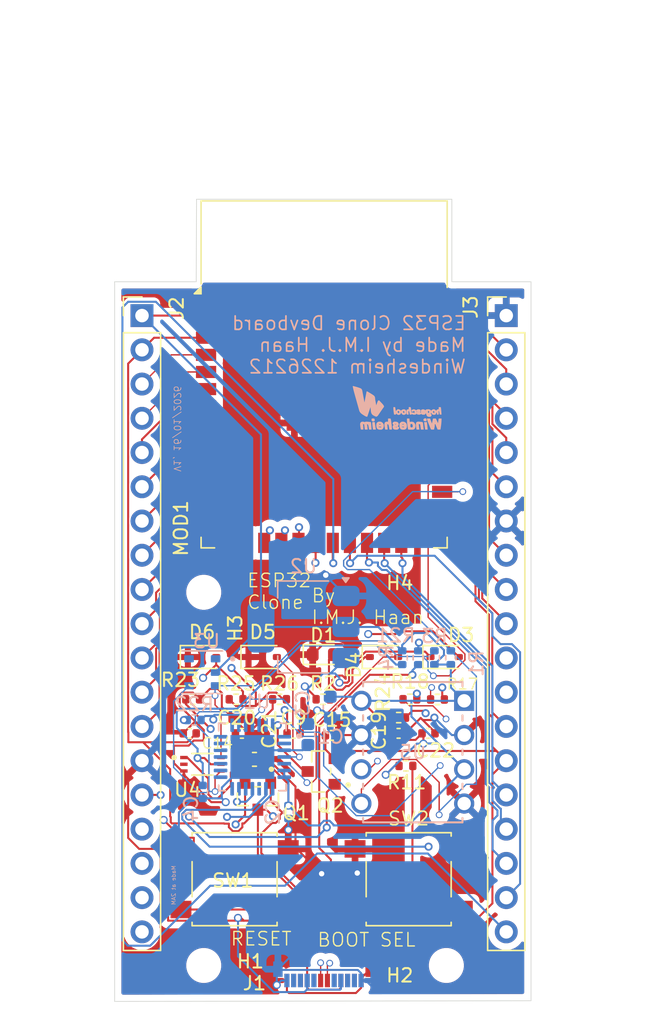
<source format=kicad_pcb>
(kicad_pcb (version 20241229) (generator "pcbnew") (generator_version "9.0")
  (title_block (title "ESP32 Clone") (date "2026-01-14") (comment 4 "I.M.J. Haan"))
  (layers (0 "F.Cu" signal) (4 "In1.Cu" signal) (6 "In2.Cu" signal) (2 "B.Cu" signal) (13 "F.Paste" user) (15 "B.Paste" user) (5 "F.SilkS" user "F.Silkscreen") (7 "B.SilkS" user "B.Silkscreen") (1 "F.Mask" user) (3 "B.Mask" user) (25 "Edge.Cuts" user))
  (net 0 "")
  (net 1 "/EXT_5V")
  (net 2 "GND")
  (net 3 "/VDD33")
  (net 4 "Net-(U4-DVI)")
  (net 5 "/EN")
  (net 6 "/IO0")
  (net 7 "Net-(D1-A)")
  (net 8 "/VBUS")
  (net 9 "/USB_DN")
  (net 10 "/USB_DP")
  (net 13 "/SENSOR_VN")
  (net 14 "/IO26")
  (net 15 "/SENSOR_VP")
  (net 16 "/IO14")
  (net 17 "/IO12")
  (net 18 "/IO34")
  (net 19 "/IO32")
  (net 20 "/SD3")
  (net 21 "/SD2")
  (net 22 "/IO33")
  (net 23 "/IO35")
  (net 24 "/IO27")
  (net 25 "/IO25")
  (net 26 "/IO13")
  (net 27 "/CMD")
  (net 28 "/IO4")
  (net 29 "/IO18")
  (net 30 "/IO21")
  (net 31 "/SD1")
  (net 32 "/CLK")
  (net 33 "/IO23")
  (net 35 "/IO5")
  (net 36 "/IO3")
  (net 37 "/IO15")
  (net 39 "/SD0")
  (net 40 "/IO22")
  (net 41 "/IO19")
  (net 42 "/IO1")
  (net 43 "/IO2")
  (net 44 "/SDA")
  (net 46 "/SCL")
  (net 47 "Net-(Q1-Pad1)")
  (net 48 "/RTS")
  (net 49 "/DTR")
  (net 50 "Net-(Q2-Pad1)")
  (net 51 "/RXD")
  (net 52 "/TXD")
  (net 53 "Net-(U1-~{SUSPENDB})")
  (net 54 "Net-(U1-~{RST})")
  (net 55 "Net-(U1-VBUS)")
  (footprint "Diode_SMD:D_SOD-323" (layer "F.Cu") (at 98.4504 106.2504)
    (property "Reference" "D6")
    (property "Value" "D_TVS")
  )
  (footprint "BH1750FVI-TR:XDCR_BH1750FVI-TR" (layer "F.Cu") (at 98.4792 114.2064)
    (property "Reference" "U4")
    (property "Value" "BH1750FVI-TR")
  )
  (footprint "Resistor_SMD:R_0402_1005Metric" (layer "F.Cu") (at 107.4166 109.3851)
    (property "Reference" "R2")
    (property "Value" "2K(5%)")
  )
  (footprint "Capacitor_SMD:C_0402_1005Metric" (layer "F.Cu") (at 113.01984 111.9124)
    (property "Reference" "C19")
    (property "Value" "0.1uF/50V(10%)")
  )
  (footprint "Connector_PinHeader_2.54mm:PinHeader_1x19_P2.54mm_Vertical" (layer "F.Cu") (at 121 80.92)
    (property "Reference" "J3")
    (property "Value" "Conn_01x19_Male")
  )
  (footprint "RF_Module:ESP32-WROOM-32" (layer "F.Cu") (at 107.5 88.2725)
    (property "Reference" "MOD1")
    (property "Value" "ESP32-WROOM-32")
  )
  (footprint "Capacitor_SMD:C_0603_1608Metric" (layer "F.Cu") (at 102.3366 113.8428)
    (property "Reference" "C21")
    (property "Value" "22uF/10V(20%)")
  )
  (footprint "MountingHole:MountingHole_2.1mm" (layer "F.Cu") (at 98.5774 101.4476)
    (property "Reference" "H3")
    (property "Value" "MountingHole")
  )
  (footprint "Resistor_SMD:R_0402_1005Metric" (layer "F.Cu") (at 104.195367 109.3851)
    (property "Reference" "R26")
    (property "Value" "47.5K(5%)")
  )
  (footprint "Button_Switch_SMD:SW_SPST_B3S-1000" (layer "F.Cu") (at 100.8634 122.7328)
    (property "Reference" "SW1")
    (property "Value" "SW_Push")
  )
  (footprint "Resistor_SMD:R_0402_1005Metric" (layer "F.Cu") (at 113.859067 109.3851 180)
    (property "Reference" "R18")
    (property "Value" "0R(5%)")
  )
  (footprint "Resistor_SMD:R_0402_1005Metric" (layer "F.Cu") (at 97.7529 109.3851 180)
    (property "Reference" "R23")
    (property "Value" "10K(5%)(NC)")
  )
  (footprint "MountingHole:MountingHole_2.1mm" (layer "F.Cu") (at 116.5606 129.1336)
    (property "Reference" "H2")
    (property "Value" "MountingHole")
  )
  (footprint "Capacitor_SMD:C_0402_1005Metric" (layer "F.Cu") (at 97.536 111.9124)
    (property "Reference" "C14")
    (property "Value" "0.1uF/50V(10%)")
  )
  (footprint "MountingHole:MountingHole_2.1mm" (layer "F.Cu") (at 116.5606 101.5492)
    (property "Reference" "H4")
    (property "Value" "MountingHole")
  )
  (footprint "MMSS8050-H-TP:TRANS_MMSS8050-H-TP" (layer "F.Cu") (at 107.2802 114.742 180)
    (property "Reference" "Q2")
    (property "Value" "MMSS8050-H-TP")
  )
  (footprint "Resistor_SMD:R_0402_1005Metric" (layer "F.Cu") (at 100.974133 109.3851)
    (property "Reference" "R25")
    (property "Value" "22.1K(5%)")
  )
  (footprint "Connector_PinHeader_2.54mm:PinHeader_1x19_P2.54mm_Vertical" (layer "F.Cu") (at 94 80.92)
    (property "Reference" "J2")
    (property "Value" "Conn_01x19_Male")
  )
  (footprint "Diode_SMD:D_SOD-323" (layer "F.Cu") (at 116.4336 106.2504)
    (property "Reference" "D3")
    (property "Value" "D_Schottky")
  )
  (footprint "Diode_SMD:D_SOD-323" (layer "F.Cu") (at 111.9378 106.2504)
    (property "Reference" "D4")
    (property "Value" "D_TVS")
  )
  (footprint "Resistor_SMD:R_0402_1005Metric" (layer "F.Cu") (at 113.5634 114.3254)
    (property "Reference" "R11")
    (property "Value" "10K(5%)")
  )
  (footprint "Resistor_SMD:R_0402_1005Metric" (layer "F.Cu") (at 115.9022 109.3978 180)
    (property "Reference" "R17")
    (property "Value" "0R(5%)")
  )
  (footprint "Capacitor_SMD:C_0402_1005Metric" (layer "F.Cu") (at 108.0744 112.0648)
    (property "Reference" "C15")
    (property "Value" "0.1uF/50V(10%)(NC)")
  )
  (footprint "MMSS8050-H-TP:TRANS_MMSS8050-H-TP" (layer "F.Cu") (at 102.5906 116.5766 -90)
    (property "Reference" "Q1")
    (property "Value" "MMSS8050-H-TP")
  )
  (footprint "MountingHole:MountingHole_2.1mm" (layer "F.Cu") (at 98.5774 129.1336)
    (property "Reference" "H1")
    (property "Value" "MountingHole")
  )
  (footprint "LED_SMD:LED_0603_1608Metric" (layer "F.Cu") (at 107.4395 106.0704)
    (property "Reference" "D1")
    (property "Value" "LED")
  )
  (footprint "Capacitor_SMD:C_0402_1005Metric" (layer "F.Cu") (at 101.40696 111.9124)
    (property "Reference" "C20")
    (property "Value" "4.7uF/6.3V(10%)")
  )
  (footprint "Resistor_SMD:R_0402_1005Metric" (layer "F.Cu") (at 113.028 110.744)
    (property "Reference" "R24")
    (property "Value" "2K(5%)")
  )
  (footprint "Diode_SMD:D_SOD-323" (layer "F.Cu") (at 102.9462 106.2504)
    (property "Reference" "D5")
    (property "Value" "D_TVS")
  )
  (footprint "Connector_USB:USB_C_Plug_Molex_105444" (layer "F.Cu") (at 107.4928 130.2898 180)
    (property "Reference" "J1")
    (property "Value" "USB_C_Plug_USB2.0")
  )
  (footprint "Capacitor_SMD:C_0402_1005Metric" (layer "F.Cu") (at 115.2372 111.9124)
    (property "Reference" "C22")
    (property "Value" "0.1uF/50V(10%)")
  )
  (footprint "Capacitor_SMD:C_0402_1005Metric" (layer "F.Cu") (at 105.2348 111.9124)
    (property "Reference" "C9")
    (property "Value" "0.1uF/50V(10%)")
  )
  (footprint "Button_Switch_SMD:SW_SPST_B3S-1000" (layer "F.Cu") (at 113.7666 122.7328)
    (property "Reference" "SW2")
    (property "Value" "SW_Push")
  )
  (footprint "Resistor_SMD:R_0402_1005Metric" (layer "B.Cu") (at 97.8662 110.9218 180)
    (property "Reference" "R22")
    (property "Value" "10K(5%)")
  )
  (footprint "Resistor_SMD:R_0402_1005Metric" (layer "B.Cu") (at 114.4778 106.301 -90)
    (property "Reference" "R21")
    (property "Value" "10K(5%)")
  )
  (footprint "Capacitor_SMD:C_0402_1005Metric" (layer "B.Cu") (at 104.8512 117.7544 -90)
    (property "Reference" "C2")
    (property "Value" "100nF")
  )
  (footprint "CP2102N-A01-GQFN28:QFN50P500X500X80-29N" (layer "B.Cu") (at 102.1842 113.665 180)
    (property "Reference" "U1")
    (property "Value" "CP2102N-A01-GQFN28")
  )
  (footprint "Capacitor_SMD:C_0603_1608Metric" (layer "B.Cu") (at 106.299 112.001 -90)
    (property "Reference" "C1")
    (property "Value" "22uF/10V(20%)")
  )
  (footprint "Resistor_SMD:R_0402_1005Metric" (layer "B.Cu") (at 116.8908 106.299 -90)
    (property "Reference" "R3")
    (property "Value" "R")
  )
  (footprint "AHT20:PSON100P300X300X110-6N" (layer "B.Cu") (at 98.4702 107.3818 180)
    (property "Reference" "U3")
    (property "Value" "AHT20")
  )
  (footprint "Capacitor_SMD:C_0402_1005Metric" (layer "B.Cu") (at 98.5012 116.2558 90)
    (property "Reference" "C4")
    (property "Value" "0.1uF")
  )
  (footprint "Package_TO_SOT_SMD:SOT-223-3_TabPin2" (layer "B.Cu") (at 105.97016 104.0202 180)
    (property "Reference" "U2")
    (property "Value" "AMS1117")
  )
  (footprint "Capacitor_SMD:C_0603_1608Metric" (layer "B.Cu") (at 107.95 109.9696 -90)
    (property "Reference" "C3")
    (property "Value" "22uF/10V(20%)")
  )
  (footprint "Resistor_SMD:R_0402_1005Metric" (layer "B.Cu") (at 113.284 106.301 -90)
    (property "Reference" "R4")
    (property "Value" "4.7K")
  )
  (footprint "24LC1025-I_SN:PDIP8_300MC_MCH" (layer "B.Cu") (at 117.8814 109.4994 180)
    (property "Reference" "U5")
    (property "Value" "24LC1025-I/P")
  )
  (footprint "Resistor_SMD:R_0402_1005Metric" (layer "B.Cu") (at 115.6716 106.299 -90)
    (property "Reference" "R1")
    (property "Value" "R")
  )
  (gr_poly (pts (xy 113.300602 88.788835) (xy 113.271356 88.79085) (xy 113.240607 88.794167) (xy 113.214469 88.81143) (xy 113.202247 88.819777) (xy 113.190553 88.828048) (xy 113.179361 88.836331) (xy 113.168645 88.844712) (xy 113.158379 88.853278) (xy 113.148536 88.862114) (xy 113.13909 88.871307) (xy 113.130014 88.880944) (xy 113.121281 88.891111) (xy 113.112867 88.901894) (xy 113.104744 88.913379) (xy 113.096885 88.925654) (xy 113.089265 88.938805) (xy 113.081857 88.952917) (xy 113.079455 89.007373) (xy 113.07902 89.033968) (xy 113.079251 89.060156) (xy 113.080263 89.085947) (xy 113.082172 89.111351) (xy 113.085095 89.13638) (xy 113.089146 89.161044) (xy 113.094443 89.185354) (xy 113.1011 89.209319) (xy 113.109235 89.232951) (xy 113.118961 89.256261) (xy 113.130397 89.279258) (xy 113.143657 89.301955) (xy 113.158857 89.32436) (xy 113.176114 89.346485) (xy 113.1949 89.354655) (xy 113.213547 89.36178) (xy 113.232089 89.367904) (xy 113.250559 89.37307) (xy 113.268992 89.377322) (xy 113.287419 89.380704) (xy 113.305874 89.383259) (xy 113.324391 89.385031) (xy 113.343003 89.386063) (xy 113.361742 89.3864) (xy 113.380643 89.386084) (xy 113.399739 89.38516) (xy 113.419062 89.383671) (xy 113.438646 89.38166) (xy 113.478732 89.37625) (xy 113.505035 89.363564) (xy 113.51588 89.35817) (xy 113.525447 89.353203) (xy 113.533928 89.348507) (xy 113.541518 89.343927) (xy 113.548411 89.339308) (xy 113.554799 89.334496) (xy 113.560878 89.329335) (xy 113.56684 89.32367) (xy 113.572879 89.317346) (xy 113.57919 89.310208) (xy 113.585967 89.302101) (xy 113.593401 89.292871) (xy 113.611023 89.270417) (xy 113.617322 89.248567) (xy 113.622773 89.227246) (xy 113.627372 89.206381) (xy 113.631114 89.185897) (xy 113.633996 89.165721) (xy 113.634111 89.164584) (xy 113.425815 89.164584) (xy 113.399356 89.217501) (xy 113.267065 89.191042) (xy 113.267065 89.164584) (xy 113.425815 89.164584) (xy 113.634111 89.164584) (xy 113.636014 89.14578) (xy 113.637162 89.125998) (xy 113.637438 89.106303) (xy 113.636836 89.08662) (xy 113.635353 89.066877) (xy 113.632985 89.046998) (xy 113.629727 89.02691) (xy 113.625575 89.00654) (xy 113.625403 89.005834) (xy 113.399356 89.005834) (xy 113.267065 89.005834) (xy 113.372898 88.952917) (xy 113.399356 89.005834) (xy 113.625403 89.005834) (xy 113.620526 88.985813) (xy 113.614574 88.964656) (xy 113.607716 88.942995) (xy 113.589108 88.918227) (xy 113.579766 88.906763) (xy 113.570384 88.8959) (xy 113.560947 88.885627) (xy 113.551445 88.875934) (xy 113.541864 88.86681) (xy 113.532193 88.858247) (xy 113.522418 88.850233) (xy 113.512527 88.842758) (xy 113.502509 88.835812) (xy 113.49235 88.829385) (xy 113.482038 88.823467) (xy 113.471561 88.818048) (xy 113.460906 88.813117) (xy 113.450062 88.808664) (xy 113.439015 88.80468) (xy 113.427754 88.801153) (xy 113.416265 88.798074) (xy 113.404537 88.795433) (xy 113.392556 88.793219) (xy 113.380312 88.791422) (xy 113.367791 88.790033) (xy 113.354981 88.78904) (xy 113.328444 88.788205)) (fill yes) (layer "B.SilkS"))
  (gr_poly (pts (xy 111.097688 88.553878) (xy 111.077638 88.55506) (xy 111.069551 88.555775) (xy 111.062548 88.55663) (xy 111.056476 88.557669) (xy 111.05118 88.558936) (xy 111.046503 88.560474) (xy 111.042291 88.562327) (xy 111.03839 88.564539) (xy 111.034643 88.567153) (xy 111.030897 88.570212) (xy 111.026995 88.573761) (xy 111.018107 88.582501) (xy 111.016479 88.60392) (xy 111.015316 88.620844) (xy 111.014618 88.634823) (xy 111.014386 88.647406) (xy 111.014618 88.660144) (xy 111.015316 88.674588) (xy 111.016479 88.692287) (xy 111.018107 88.714792) (xy 111.035703 88.732272) (xy 111.043076 88.739369) (xy 111.049733 88.745488) (xy 111.055847 88.750715) (xy 111.058755 88.753022) (xy 111.061592 88.755139) (xy 111.064382 88.757076) (xy 111.067144 88.758845) (xy 111.069902 88.760456) (xy 111.072677 88.761921) (xy 111.075491 88.76325) (xy 111.078365 88.764455) (xy 111.081321 88.765546) (xy 111.084382 88.766533) (xy 111.087568 88.767429) (xy 111.090903 88.768243) (xy 111.098102 88.769673) (xy 111.106154 88.770908) (xy 111.115232 88.772037) (xy 111.137169 88.774324) (xy 111.159106 88.772037) (xy 111.168185 88.770908) (xy 111.176236 88.769673) (xy 111.183436 88.768243) (xy 111.189956 88.766533) (xy 111.195974 88.764455) (xy 111.198848 88.76325) (xy 111.201661 88.761921) (xy 111.204436 88.760456) (xy 111.207194 88.758845) (xy 111.212746 88.755139) (xy 111.218492 88.750715) (xy 111.224606 88.745488) (xy 111.231262 88.739369) (xy 111.238636 88.732272) (xy 111.256232 88.714792) (xy 111.249677 88.662847) (xy 111.24659 88.641812) (xy 111.243371 88.623754) (xy 111.239827 88.608433) (xy 111.237872 88.601725) (xy 111.235763 88.595613) (xy 111.233476 88.590067) (xy 111.230987 88.585057) (xy 111.228271 88.580553) (xy 111.225304 88.576526) (xy 111.222062 88.572947) (xy 111.21852 88.569785) (xy 111.214655 88.567011) (xy 111.210442 88.564594) (xy 111.205857 88.562507) (xy 111.200876 88.560718) (xy 111.195474 88.559198) (xy 111.189628 88.557918) (xy 111.176504 88.555957) (xy 111.16131 88.554598) (xy 111.12394 88.552735)) (fill yes) (layer "B.SilkS"))
  (gr_poly (pts (xy 112.23519 88.794167) (xy 112.16243 88.787553) (xy 112.133924 88.789813) (xy 112.122149 88.790881) (xy 112.111735 88.791997) (xy 112.102465 88.793229) (xy 112.09412 88.794645) (xy 112.086482 88.796313) (xy 112.079334 88.798301) (xy 112.072457 88.800677) (xy 112.065633 88.803508) (xy 112.058645 88.806862) (xy 112.051274 88.810807) (xy 112.043302 88.815411) (xy 112.034511 88.820742) (xy 112.013602 88.833855) (xy 112.005958 88.846218) (xy 111.999027 88.858665) (xy 111.992783 88.871194) (xy 111.9872 88.883803) (xy 111.982254 88.896487) (xy 111.977919 88.909245) (xy 111.97417 88.922072) (xy 111.970982 88.934968) (xy 111.966186 88.960949) (xy 111.96333 88.987165) (xy 111.962213 89.013593) (xy 111.962632 89.04021) (xy 111.964385 89.066994) (xy 111.967271 89.09392) (xy 111.971088 89.120966) (xy 111.975633 89.148109) (xy 111.997065 89.257188) (xy 112.010115 89.316759) (xy 112.023523 89.37625) (xy 112.208732 89.37625) (xy 112.182273 88.979376) (xy 112.261648 89.005834) (xy 112.270742 89.034447) (xy 112.277786 89.057179) (xy 112.283302 89.076219) (xy 112.287816 89.093758) (xy 112.291848 89.111986) (xy 112.295924 89.133091) (xy 112.306297 89.192696) (xy 112.326451 89.296152) (xy 112.341023 89.37625) (xy 112.526232 89.37625) (xy 112.526952 89.312833) (xy 112.525772 89.250079) (xy 112.52286 89.187798) (xy 112.518383 89.1258) (xy 112.51251 89.063896) (xy 112.50541 89.001896) (xy 112.49725 88.939611) (xy 112.488198 88.876849) (xy 112.477397 88.800782) (xy 112.46134 88.693081) (xy 112.455433 88.65803) (xy 112.45005 88.631688) (xy 112.447346 88.620886) (xy 112.444523 88.611186) (xy 112.441496 88.602228) (xy 112.438184 88.593656) (xy 112.430365 88.576231) (xy 112.420398 88.556042) (xy 112.23519 88.556042)) (fill yes) (layer "B.SilkS"))
  (gr_poly (pts (xy 112.631084 87.744808) (xy 112.630897 87.780028) (xy 112.632715 87.849928) (xy 112.637138 87.91928) (xy 112.643785 87.98829) (xy 112.652274 88.057163) (xy 112.662224 88.126102) (xy 112.684981 88.265001) (xy 112.817273 88.265001) (xy 112.843732 88.185626) (xy 112.876805 88.223659) (xy 112.886549 88.232226) (xy 112.895784 88.240034) (xy 112.90461 88.247121) (xy 112.913131 88.253527) (xy 112.92145 88.259291) (xy 112.929669 88.264452) (xy 112.93789 88.269048) (xy 112.946217 88.27312) (xy 112.954751 88.276705) (xy 112.963597 88.279842) (xy 112.972855 88.282572) (xy 112.98263 88.284932) (xy 112.993023 88.286962) (xy 113.004137 88.2887) (xy 113.016075 88.290186) (xy 113.02894 88.291459) (xy 113.05253 88.284844) (xy 113.071004 88.27947) (xy 113.085913 88.274716) (xy 113.092515 88.272377) (xy 113.098806 88.269961) (xy 113.104982 88.267391) (xy 113.111235 88.264587) (xy 113.117759 88.261474) (xy 113.124748 88.257973) (xy 113.140897 88.249498) (xy 113.161231 88.238542) (xy 113.18769 88.159167) (xy 113.240607 88.159167) (xy 113.267065 88.238542) (xy 113.290707 88.250583) (xy 113.309543 88.259833) (xy 113.31774 88.263605) (xy 113.325433 88.266913) (xy 113.332855 88.269832) (xy 113.340239 88.272442) (xy 113.347816 88.274819) (xy 113.355819 88.277041) (xy 113.364481 88.279186) (xy 113.374035 88.28133) (xy 113.396747 88.28593) (xy 113.425815 88.291459) (xy 113.455425 88.279367) (xy 113.478525 88.269755) (xy 113.496973 88.261693) (xy 113.512631 88.254252) (xy 113.527359 88.2465) (xy 113.543017 88.237509) (xy 113.561465 88.226347) (xy 113.584565 88.212084) (xy 113.59117 88.141644) (xy 113.591906 88.132709) (xy 113.452273 88.132709) (xy 113.372898 88.132709) (xy 113.352029 88.049233) (xy 113.060182 88.049233) (xy 113.060178 88.052528) (xy 113.060093 88.056054) (xy 113.059694 88.063871) (xy 113.059027 88.072821) (xy 113.057052 88.094675) (xy 113.055398 88.159167) (xy 112.976023 88.132709) (xy 112.949565 88.053334) (xy 112.976023 88.000417) (xy 113.02894 88.000417) (xy 113.034976 88.0054) (xy 113.040249 88.00986) (xy 113.044801 88.013934) (xy 113.046819 88.01587) (xy 113.048672 88.017762) (xy 113.050366 88.019626) (xy 113.051905 88.02148) (xy 113.053294 88.023342) (xy 113.054539 88.025228) (xy 113.055645 88.027155) (xy 113.056616 88.029142) (xy 113.057459 88.031205) (xy 113.058178 88.033362) (xy 113.058778 88.035629) (xy 113.059265 88.038025) (xy 113.059644 88.040566) (xy 113.05992 88.043269) (xy 113.060097 88.046152) (xy 113.060182 88.049233) (xy 113.352029 88.049233) (xy 113.34644 88.026876) (xy 113.425815 88.000417) (xy 113.452273 88.132709) (xy 113.591906 88.132709) (xy 113.593548 88.11278) (xy 113.595198 88.087553) (xy 113.59604 88.065513) (xy 113.59599 88.046208) (xy 113.594966 88.029189) (xy 113.592886 88.014004) (xy 113.589668 88.000203) (xy 113.585228 87.987336) (xy 113.579486 87.974952) (xy 113.572357 87.9626) (xy 113.563761 87.94983) (xy 113.553614 87.936191) (xy 113.528341 87.904506) (xy 113.511213 87.896596) (xy 113.495171 87.889802) (xy 113.480053 87.884092) (xy 113.465696 87.879436) (xy 113.451938 87.875803) (xy 113.438614 87.873163) (xy 113.425563 87.871484) (xy 113.412623 87.870736) (xy 113.399629 87.870889) (xy 113.38642 87.871911) (xy 113.372832 87.873772) (xy 113.358704 87.876441) (xy 113.343871 87.879887) (xy 113.328172 87.88408) (xy 113.311444 87.888989) (xy 113.293523 87.894584) (xy 113.256523 87.919079) (xy 113.243759 87.927838) (xy 113.233165 87.935512) (xy 113.223502 87.94303) (xy 113.213528 87.951325) (xy 113.202004 87.961324) (xy 113.18769 87.973959) (xy 113.157924 87.935925) (xy 113.144985 87.925495) (xy 113.132504 87.916166) (xy 113.120379 87.907881) (xy 113.108511 87.900579) (xy 113.0968 87.894201) (xy 113.085144 87.888689) (xy 113.073444 87.883983) (xy 113.061599 87.880023) (xy 113.049508 87.876751) (xy 113.037071 87.874107) (xy 113.024188 87.872033) (xy 113.010759 87.870468) (xy 112.996682 87.869355) (xy 112.981858 87.868632) (xy 112.966186 87.868242) (xy 112.949565 87.868126) (xy 112.924347 87.889545) (xy 112.90471 87.90647) (xy 112.889103 87.920448) (xy 112.882327 87.926817) (xy 112.875978 87.933031) (xy 112.86986 87.939284) (xy 112.863782 87.945769) (xy 112.850966 87.960213) (xy 112.83598 87.977912) (xy 112.817273 88.000417) (xy 112.764356 87.709376) (xy 112.632065 87.709376)) (fill yes) (layer "B.SilkS"))
  (gr_poly (pts (xy 115.939356 88.9) (xy 115.780606 88.556042) (xy 115.56894 88.556042) (xy 115.489565 88.926459) (xy 115.357273 88.556042) (xy 115.119148 88.556042) (xy 115.126219 88.593912) (xy 115.134438 88.630856) (xy 115.143757 88.667088) (xy 115.154127 88.702821) (xy 115.1655 88.738267) (xy 115.177825 88.77364) (xy 115.191054 88.809152) (xy 115.205138 88.845017) (xy 115.240691 88.933797) (xy 115.277898 89.025678) (xy 115.315105 89.118799) (xy 115.368469 89.250735) (xy 115.385845 89.292267) (xy 115.398917 89.321531) (xy 115.409109 89.341545) (xy 115.41357 89.349025) (xy 115.417846 89.355324) (xy 115.42655 89.365887) (xy 115.436648 89.37625) (xy 115.463126 89.377369) (xy 115.489575 89.377984) (xy 115.516006 89.378188) (xy 115.542431 89.378072) (xy 115.648315 89.37625) (xy 115.661651 89.314262) (xy 115.674773 89.252227) (xy 115.689656 89.182464) (xy 115.693481 89.156756) (xy 115.696517 89.131395) (xy 115.698817 89.106255) (xy 115.700438 89.081207) (xy 115.701435 89.056123) (xy 115.701862 89.030875) (xy 115.701776 89.005335) (xy 115.701231 88.979376) (xy 115.754148 88.979376) (xy 115.773992 89.043868) (xy 115.789377 89.086358) (xy 115.805497 89.128436) (xy 115.822267 89.170173) (xy 115.839602 89.21164) (xy 115.875628 89.294054) (xy 115.912898 89.37625) (xy 116.124565 89.37625) (xy 116.156091 89.171142) (xy 116.17012 89.069294) (xy 116.18236 88.967549) (xy 116.192336 88.865629) (xy 116.199574 88.763255) (xy 116.2036 88.660152) (xy 116.20394 88.556042) (xy 115.992273 88.556042)) (fill yes) (layer "B.SilkS"))
  (gr_poly (pts (xy 112.754902 88.789021) (xy 112.738288 88.789693) (xy 112.721157 88.790793) (xy 112.684981 88.794167) (xy 112.663613 88.805174) (xy 112.647051 88.814011) (xy 112.640184 88.817906) (xy 112.634054 88.821607) (xy 112.628506 88.825231) (xy 112.623383 88.828894) (xy 112.618532 88.832711) (xy 112.613797 88.8368) (xy 112.609024 88.841277) (xy 112.604056 88.846257) (xy 112.59874 88.851857) (xy 112.59292 88.858194) (xy 112.579148 88.873542) (xy 112.579148 88.979376) (xy 112.658523 89.032292) (xy 112.617182 89.060404) (xy 112.604631 89.077506) (xy 112.59956 89.084781) (xy 112.59522 89.091487) (xy 112.593307 89.094693) (xy 112.591558 89.097835) (xy 112.589965 89.10094) (xy 112.588521 89.104035) (xy 112.58722 89.107146) (xy 112.586056 89.110298) (xy 112.585021 89.113519) (xy 112.584109 89.116835) (xy 112.583314 89.120272) (xy 112.582628 89.123856) (xy 112.582044 89.127614) (xy 112.581558 89.131572) (xy 112.581161 89.135757) (xy 112.580846 89.140195) (xy 112.58044 89.149934) (xy 112.580286 89.161) (xy 112.58033 89.173605) (xy 112.580802 89.204271) (xy 112.589067 89.234938) (xy 112.595762 89.258609) (xy 112.598758 89.268348) (xy 112.601644 89.27697) (xy 112.604515 89.284687) (xy 112.607467 89.291708) (xy 112.610593 89.298244) (xy 112.613988 89.304507) (xy 112.617746 89.310707) (xy 112.621962 89.317055) (xy 112.626731 89.323761) (xy 112.632146 89.331037) (xy 112.645294 89.348138) (xy 112.664186 89.355736) (xy 112.682965 89.362431) (xy 112.70166 89.368251) (xy 112.720299 89.373223) (xy 112.738908 89.377371) (xy 112.757516 89.380724) (xy 112.776149 89.383306) (xy 112.794836 89.385145) (xy 112.813604 89.386267) (xy 112.832481 89.386698) (xy 112.851493 89.386465) (xy 112.87067 89.385593) (xy 112.890038 89.384109) (xy 112.909625 89.38204) (xy 112.929458 89.379412) (xy 112.949565 89.37625) (xy 112.972018 89.360308) (xy 112.989356 89.347622) (xy 112.996494 89.342112) (xy 113.002817 89.336951) (xy 113.008482 89.331983) (xy 113.013644 89.327055) (xy 113.018456 89.32201) (xy 113.023075 89.316693) (xy 113.027654 89.310951) (xy 113.03235 89.304627) (xy 113.037318 89.297567) (xy 113.042712 89.289615) (xy 113.055398 89.270417) (xy 113.055398 89.217501) (xy 112.87019 89.217501) (xy 112.790815 89.191042) (xy 112.87019 89.164584) (xy 112.87019 89.217501) (xy 113.055398 89.217501) (xy 113.055398 89.191042) (xy 112.949565 89.138125) (xy 112.990906 89.095131) (xy 113.00346 89.074231) (xy 113.008539 89.065463) (xy 113.012894 89.057536) (xy 113.016581 89.050239) (xy 113.019654 89.043361) (xy 113.022171 89.036691) (xy 113.024186 89.030018) (xy 113.025755 89.023133) (xy 113.026934 89.015824) (xy 113.027779 89.00788) (xy 113.027911 89.005834) (xy 112.817273 89.005834) (xy 112.737898 88.979376) (xy 112.817273 88.952917) (xy 112.817273 89.005834) (xy 113.027911 89.005834) (xy 113.028346 88.99909) (xy 113.028689 88.989245) (xy 113.028866 88.978132) (xy 113.02894 88.951263) (xy 113.020097 88.925513) (xy 113.016303 88.914903) (xy 113.012765 88.905556) (xy 113.009364 88.897284) (xy 113.005976 88.889901) (xy 113.002482 88.883221) (xy 112.998761 88.877056) (xy 112.994691 88.871221) (xy 112.99015 88.865529) (xy 112.985019 88.859794) (xy 112.979176 88.853828) (xy 112.972499 88.847445) (xy 112.964868 88.84046) (xy 112.946258 88.823933) (xy 112.928915 88.817409) (xy 112.912124 88.811631) (xy 112.895794 88.806572) (xy 112.879837 88.802205) (xy 112.864163 88.798505) (xy 112.848684 88.795444) (xy 112.83331 88.792996) (xy 112.817952 88.791134) (xy 112.802522 88.789832) (xy 112.786929 88.789064) (xy 112.771086 88.788802)) (fill yes) (layer "B.SilkS"))
  (gr_poly (pts (xy 111.59142 88.785987) (xy 111.574445 88.787156) (xy 111.557024 88.788912) (xy 111.53915 88.79125) (xy 111.520815 88.794167) (xy 111.495054 88.807396) (xy 111.484422 88.813003) (xy 111.47503 88.818145) (xy 111.466684 88.822977) (xy 111.459191 88.827654) (xy 111.452357 88.83233) (xy 111.445988 88.837162) (xy 111.43989 88.842304) (xy 111.433869 88.847911) (xy 111.427733 88.854138) (xy 111.421286 88.86114) (xy 111.414336 88.869072) (xy 111.406688 88.87809) (xy 111.388523 88.9) (xy 111.382195 88.927194) (xy 111.376828 88.953534) (xy 111.372444 88.979135) (xy 111.369065 89.004112) (xy 111.366714 89.02858) (xy 111.365412 89.052652) (xy 111.365182 89.076445) (xy 111.366045 89.100072) (xy 111.368025 89.123647) (xy 111.371142 89.147286) (xy 111.375419 89.171104) (xy 111.380879 89.195214) (xy 111.387543 89.219732) (xy 111.395433 89.244771) (xy 111.404572 89.270448) (xy 111.414982 89.296875) (xy 111.433193 89.313198) (xy 111.451083 89.327475) (xy 111.468752 89.339837) (xy 111.477534 89.345342) (xy 111.486297 89.350416) (xy 111.503819 89.359342) (xy 111.521415 89.366745) (xy 111.539186 89.372758) (xy 111.557229 89.37751) (xy 111.575644 89.381133) (xy 111.594531 89.383757) (xy 111.613987 89.385514) (xy 111.634113 89.386533) (xy 111.655006 89.386947) (xy 111.676766 89.386886) (xy 111.723283 89.385862) (xy 111.743918 89.382593) (xy 111.752528 89.381079) (xy 111.760253 89.37953) (xy 111.767283 89.37786) (xy 111.773809 89.375981) (xy 111.780021 89.373807) (xy 111.786109 89.371251) (xy 111.792264 89.368226) (xy 111.798675 89.364646) (xy 111.805534 89.360423) (xy 111.813031 89.355472) (xy 111.821355 89.349704) (xy 111.830697 89.343035) (xy 111.853198 89.326641) (xy 111.86579 89.307084) (xy 111.87694 89.287793) (xy 111.886712 89.268697) (xy 111.895171 89.249724) (xy 111.90238 89.230803) (xy 111.908405 89.211864) (xy 111.913309 89.192836) (xy 111.917158 89.173647) (xy 111.918492 89.164584) (xy 111.732482 89.164584) (xy 111.706023 89.217501) (xy 111.547273 89.191042) (xy 111.547273 89.164584) (xy 111.732482 89.164584) (xy 111.918492 89.164584) (xy 111.920016 89.154226) (xy 111.921948 89.134503) (xy 111.923017 89.114407) (xy 111.923289 89.093865) (xy 111.922827 89.072809) (xy 111.921697 89.051165) (xy 111.919963 89.028864) (xy 111.91769 89.005834) (xy 111.706023 89.005834) (xy 111.573731 89.005834) (xy 111.60019 88.952917) (xy 111.653107 88.952917) (xy 111.706023 89.005834) (xy 111.91769 89.005834) (xy 111.910002 88.989129) (xy 111.902089 88.973111) (xy 111.893942 88.957776) (xy 111.885554 88.943121) (xy 111.876917 88.929143) (xy 111.868022 88.915837) (xy 111.858863 88.9032) (xy 111.849432 88.891229) (xy 111.839719 88.879919) (xy 111.829718 88.869268) (xy 111.819421 88.859271) (xy 111.80882 88.849925) (xy 111.797907 88.841227) (xy 111.786674 88.833172) (xy 111.775113 88.825758) (xy 111.763216 88.81898) (xy 111.750977 88.812835) (xy 111.738385 88.80732) (xy 111.725435 88.80243) (xy 111.712117 88.798162) (xy 111.698425 88.794513) (xy 111.68435 88.791479) (xy 111.669884 88.789057) (xy 111.655019 88.787241) (xy 111.639749 88.786031) (xy 111.624064 88.78542) (xy 111.607957 88.785407)) (fill yes) (layer "B.SilkS"))
  (gr_poly (pts (xy 109.631383 86.23075) (xy 109.6485 86.312681) (xy 109.666984 86.39421) (xy 109.686648 86.47542) (xy 109.728782 86.637216) (xy 109.773428 86.798734) (xy 109.788703 86.853225) (xy 109.868933 87.137776) (xy 109.909983 87.284141) (xy 109.950572 87.430635) (xy 109.982296 87.543963) (xy 110.014389 87.657187) (xy 110.029514 87.711159) (xy 110.044412 87.765194) (xy 110.065511 87.840643) (xy 110.087085 87.915959) (xy 110.111349 88.002383) (xy 110.117912 88.016845) (xy 110.124837 88.030877) (xy 110.132115 88.044495) (xy 110.139735 88.057713) (xy 110.155964 88.083009) (xy 110.173446 88.106885) (xy 110.192103 88.129462) (xy 110.211857 88.150858) (xy 110.232631 88.171193) (xy 110.254345 88.190586) (xy 110.276921 88.209158) (xy 110.300283 88.227027) (xy 110.324351 88.244313) (xy 110.349048 88.261136) (xy 110.400015 88.29387) (xy 110.45256 88.326185) (xy 110.498448 88.354969) (xy 110.524619 88.370792) (xy 110.536858 88.377958) (xy 110.548687 88.384623) (xy 110.56022 88.39078) (xy 110.571575 88.396426) (xy 110.582864 88.401556) (xy 110.594205 88.406166) (xy 110.605712 88.41025) (xy 110.617501 88.413804) (xy 110.629687 88.416824) (xy 110.642385 88.419306) (xy 110.65571 88.421243) (xy 110.669779 88.422633) (xy 110.684706 88.42347) (xy 110.700607 88.423751) (xy 110.938732 87.709376) (xy 110.956922 87.9475) (xy 110.963169 87.997707) (xy 110.970431 88.046066) (xy 110.974788 88.069532) (xy 110.979812 88.092509) (xy 110.985642 88.114989) (xy 110.992416 88.136964) (xy 111.000273 88.158425) (xy 111.009349 88.179363) (xy 111.019785 88.19977) (xy 111.031716 88.219636) (xy 111.045283 88.238954) (xy 111.060622 88.257714) (xy 111.077872 88.275907) (xy 111.097172 88.293526) (xy 111.128551 88.31404) (xy 111.160234 88.333291) (xy 111.192318 88.351305) (xy 111.224897 88.368109) (xy 111.258066 88.383729) (xy 111.29192 88.398191) (xy 111.326555 88.411523) (xy 111.362065 88.423751) (xy 111.379973 88.417401) (xy 111.396112 88.410879) (xy 111.410666 88.40412) (xy 111.423818 88.397059) (xy 111.435751 88.389632) (xy 111.446648 88.381774) (xy 111.456694 88.373421) (xy 111.46607 88.364509) (xy 111.474961 88.354971) (xy 111.48355 88.344745) (xy 111.49202 88.333766) (xy 111.500555 88.321969) (xy 111.518551 88.295663) (xy 111.539005 88.265311) (xy 111.595022 88.183817) (xy 111.653107 88.097982) (xy 111.767208 87.931274) (xy 111.818161 87.856208) (xy 111.840616 87.824248) (xy 111.8636 87.792658) (xy 111.875298 87.777016) (xy 111.88714 87.761483) (xy 111.89913 87.746066) (xy 111.911269 87.73077) (xy 111.9221 87.714854) (xy 111.926438 87.708179) (xy 111.9301 87.702144) (xy 111.933117 87.69659) (xy 111.934394 87.693944) (xy 111.935521 87.691357) (xy 111.936504 87.688811) (xy 111.937344 87.686284) (xy 111.938048 87.683758) (xy 111.938617 87.681212) (xy 111.939057 87.678626) (xy 111.939371 87.67598) (xy 111.939564 87.673254) (xy 111.939639 87.670427) (xy 111.9396 87.667481) (xy 111.93945 87.664395) (xy 111.938838 87.657722) (xy 111.937834 87.650248) (xy 111.936468 87.641814) (xy 111.93278 87.621422) (xy 111.922067 87.603686) (xy 111.91103 87.586393) (xy 111.89968 87.569508) (xy 111.888029 87.552993) (xy 111.87609 87.536812) (xy 111.863875 87.520928) (xy 111.838663 87.489906) (xy 111.81249 87.459633) (xy 111.785453 87.429816) (xy 111.757649 87.400162) (xy 111.729174 87.370378) (xy 111.684009 87.322474) (xy 111.628973 87.264473) (xy 111.573731 87.206667) (xy 111.494357 87.233126) (xy 111.472607 87.279615) (xy 111.464809 87.297003) (xy 111.45795 87.313198) (xy 111.451199 87.330237) (xy 111.44372 87.350153) (xy 111.42325 87.406758) (xy 111.388213 87.502773) (xy 111.362065 87.577084) (xy 111.336614 87.429244) (xy 111.325447 87.366755) (xy 111.313928 87.304329) (xy 111.302435 87.241698) (xy 111.297104 87.210624) (xy 111.292215 87.179579) (xy 111.287894 87.148464) (xy 111.284266 87.117179) (xy 111.281456 87.085626) (xy 111.279589 87.053705) (xy 111.278412 87.03822) (xy 111.2768 87.023278) (xy 111.27472 87.008845) (xy 111.272139 86.994885) (xy 111.269024 86.981366) (xy 111.265343 86.968252) (xy 111.261061 86.955509) (xy 111.256147 86.943104) (xy 111.250567 86.931) (xy 111.244287 86.919165) (xy 111.237276 86.907564) (xy 111.229499 86.896162) (xy 111.220924 86.884925) (xy 111.211518 86.87382) (xy 111.201247 86.86281) (xy 111.190079 86.851863) (xy 111.142853 86.818991) (xy 111.090738 86.782656) (xy 111.058989 86.762054) (xy 111.027082 86.74176) (xy 110.962835 86.701963) (xy 110.89808 86.662994) (xy 110.832898 86.624584) (xy 110.757347 86.577248) (xy 110.738515 86.566673) (xy 110.730692 86.562394) (xy 110.723717 86.558726) (xy 110.71743 86.55562) (xy 110.711669 86.553031) (xy 110.706274 86.550911) (xy 110.701085 86.549214) (xy 110.69594 86.547892) (xy 110.69068 86.546899) (xy 110.685143 86.546187) (xy 110.679169 86.54571) (xy 110.672597 86.54542) (xy 110.665267 86.545272) (xy 110.64769 86.545209) (xy 110.48894 87.365417) (xy 110.45101 87.149203) (xy 110.431446 87.045409) (xy 110.411587 86.941671) (xy 110.398344 86.869659) (xy 110.385671 86.797545) (xy 110.376464 86.745621) (xy 110.366856 86.693795) (xy 110.34683 86.590271) (xy 110.336524 86.525283) (xy 110.329386 86.492267) (xy 110.325764 86.476953) (xy 110.321964 86.462361) (xy 110.317878 86.448437) (xy 110.313399 86.435123) (xy 110.308421 86.422366) (xy 110.302836 86.410109) (xy 110.296536 86.398297) (xy 110.289415 86.386874) (xy 110.281365 86.375786) (xy 110.272279 86.364976) (xy 110.262051 86.354389) (xy 110.250572 86.34397) (xy 110.237736 86.333663) (xy 110.223435 86.323412) (xy 110.200668 86.313326) (xy 110.17795 86.303719) (xy 110.155217 86.294557) (xy 110.132407 86.285803) (xy 110.109458 86.277423) (xy 110.086307 86.269381) (xy 110.062891 86.261641) (xy 110.039148 86.254167) (xy 109.986265 86.236513) (xy 109.950477 86.225423) (xy 109.914528 86.214856) (xy 109.878473 86.204648) (xy 109.842364 86.194636) (xy 109.746556 86.167764) (xy 109.720765 86.161351) (xy 109.700737 86.156531) (xy 109.684941 86.153078) (xy 109.678152 86.151792) (xy 109.671845 86.150763) (xy 109.665831 86.149961) (xy 109.659917 86.149359) (xy 109.653912 86.148927) (xy 109.647624 86.148638) (xy 109.633434 86.148372) (xy 109.615815 86.148334)) (fill yes) (layer "B.SilkS"))
  (gr_poly (pts (xy 114.962723 88.541676) (xy 114.943862 88.551288) (xy 114.92872 88.559349) (xy 114.91575 88.566791) (xy 114.903399 88.574542) (xy 114.890118 88.583534) (xy 114.874357 88.594696) (xy 114.854565 88.608959) (xy 114.881023 88.74125) (xy 114.927221 88.748564) (xy 114.973495 88.755406) (xy 115.019834 88.761784) (xy 115.066231 88.767709) (xy 115.070889 88.763032) (xy 115.074968 88.758817) (xy 115.076803 88.756834) (xy 115.078509 88.754908) (xy 115.080091 88.753019) (xy 115.081553 88.751147) (xy 115.082902 88.749272) (xy 115.084143 88.747375) (xy 115.085279 88.745437) (xy 115.086317 88.743437) (xy 115.087262 88.741356) (xy 115.088119 88.739174) (xy 115.088893 88.736872) (xy 115.089589 88.734429) (xy 115.090213 88.731827) (xy 115.090768 88.729045) (xy 115.091262 88.726064) (xy 115.091698 88.722863) (xy 115.092082 88.719425) (xy 115.09242 88.715728) (xy 115.092715 88.711753) (xy 115.092974 88.70748) (xy 115.093402 88.697963) (xy 115.093746 88.687019) (xy 115.094343 88.660222) (xy 115.09269 88.582501) (xy 115.077833 88.572088) (xy 115.071586 88.567792) (xy 115.065921 88.564) (xy 115.060683 88.560635) (xy 115.055715 88.557618) (xy 115.050864 88.554873) (xy 115.045974 88.552322) (xy 115.040891 88.549886) (xy 115.035458 88.54749) (xy 115.029522 88.545055) (xy 115.022927 88.542503) (xy 115.007139 88.536741) (xy 114.986856 88.529584)) (fill yes) (layer "B.SilkS"))
  (gr_poly (pts (xy 114.471638 88.785971) (xy 114.450633 88.787966) (xy 114.431802 88.791496) (xy 114.414447 88.7966) (xy 114.397871 88.803316) (xy 114.381375 88.811684) (xy 114.364263 88.821742) (xy 114.325398 88.847084) (xy 114.316918 88.880226) (xy 114.310536 88.913322) (xy 114.306092 88.946379) (xy 114.303425 88.979405) (xy 114.302377 89.012408) (xy 114.302786 89.045397) (xy 114.304493 89.078379) (xy 114.307337 89.111362) (xy 114.31116 89.144355) (xy 114.3158 89.177366) (xy 114.326894 89.243472) (xy 114.351856 89.37625) (xy 114.563523 89.37625) (xy 114.510606 88.979376) (xy 114.61644 88.979376) (xy 114.669356 89.37625) (xy 114.881023 89.37625) (xy 114.856218 89.143087) (xy 114.849242 89.076269) (xy 114.842266 89.011932) (xy 114.835968 88.95273) (xy 114.833321 88.93517) (xy 114.831009 88.921005) (xy 114.829853 88.914713) (xy 114.82863 88.908688) (xy 114.82729 88.902738) (xy 114.825782 88.89667) (xy 114.824056 88.890289) (xy 114.822061 88.883402) (xy 114.817067 88.867338) (xy 114.810397 88.846928) (xy 114.801648 88.820626) (xy 114.682383 88.804069) (xy 114.591347 88.792568) (xy 114.554671 88.788809) (xy 114.522959 88.786432) (xy 114.495514 88.785472)) (fill yes) (layer "B.SilkS"))
  (gr_poly (pts (xy 114.986856 89.37625) (xy 115.172065 89.37625) (xy 115.161742 89.236974) (xy 115.150118 89.09798) (xy 115.136238 88.959216) (xy 115.128154 88.889902) (xy 115.119148 88.820626) (xy 114.907481 88.820626)) (fill yes) (layer "B.SilkS"))
  (gr_poly (pts (xy 111.070042 88.856058) (xy 111.069855 88.891278) (xy 111.071674 88.961178) (xy 111.076097 89.03053) (xy 111.082743 89.09954) (xy 111.091232 89.168413) (xy 111.101182 89.237352) (xy 111.12394 89.37625) (xy 111.335607 89.37625) (xy 111.256232 88.820626) (xy 111.071023 88.820626)) (fill yes) (layer "B.SilkS"))
  (gr_poly (pts (xy 113.802842 87.708748) (xy 113.769773 87.709376) (xy 113.769773 87.868126) (xy 113.705281 87.879701) (xy 113.68285 87.884665) (xy 113.665671 87.888719) (xy 113.658706 87.890555) (xy 113.652639 87.892346) (xy 113.647333 87.894151) (xy 113.642649 87.896031) (xy 113.63845 87.898047) (xy 113.634597 87.900259) (xy 113.630953 87.902727) (xy 113.627379 87.905514) (xy 113.623737 87.908678) (xy 113.619889 87.91228) (xy 113.611023 87.921042) (xy 113.609385 87.953259) (xy 113.608342 87.985505) (xy 113.607812 88.017765) (xy 113.607716 88.050027) (xy 113.607509 88.120927) (xy 113.608721 88.142437) (xy 113.609954 88.159571) (xy 113.610689 88.167024) (xy 113.61156 88.174016) (xy 113.612613 88.180757) (xy 113.613891 88.18746) (xy 113.615438 88.194335) (xy 113.617297 88.201592) (xy 113.619514 88.209444) (xy 113.62213 88.218101) (xy 113.628741 88.238674) (xy 113.637482 88.265001) (xy 113.769773 88.265001) (xy 113.743315 88.000417) (xy 113.796231 88.026876) (xy 113.802256 88.045503) (xy 113.806925 88.06029) (xy 113.810587 88.072652) (xy 113.813591 88.084003) (xy 113.816285 88.095758) (xy 113.819018 88.109331) (xy 113.825997 88.147592) (xy 113.839433 88.213841) (xy 113.849148 88.265001) (xy 113.98144 88.265001) (xy 114.007898 88.212084) (xy 114.060815 88.265001) (xy 114.122582 88.26986) (xy 114.170111 88.272845) (xy 114.189555 88.273488) (xy 114.206659 88.273488) (xy 114.221833 88.272786) (xy 114.235482 88.271325) (xy 114.248014 88.269046) (xy 114.259835 88.265891) (xy 114.271352 88.261803) (xy 114.282972 88.256722) (xy 114.295103 88.25059) (xy 114.308151 88.24335) (xy 114.338627 88.225313) (xy 114.378315 88.185626) (xy 114.378315 88.238542) (xy 114.393184 88.245471) (xy 114.407867 88.251335) (xy 114.422405 88.25621) (xy 114.436838 88.260175) (xy 114.451205 88.263308) (xy 114.465547 88.265685) (xy 114.479905 88.267385) (xy 114.494318 88.268484) (xy 114.508827 88.269062) (xy 114.523471 88.269195) (xy 114.553328 88.268437) (xy 114.61644 88.265001) (xy 114.695815 88.212084) (xy 114.748731 88.265001) (xy 114.7942 88.269292) (xy 114.829275 88.272357) (xy 114.856439 88.274195) (xy 114.86783 88.274655) (xy 114.878172 88.274808) (xy 114.887777 88.274655) (xy 114.896954 88.274195) (xy 114.906013 88.273429) (xy 114.915265 88.272357) (xy 114.935586 88.269292) (xy 114.960398 88.265001) (xy 114.977916 88.247431) (xy 114.991404 88.233581) (xy 114.996927 88.227664) (xy 115.001791 88.222212) (xy 115.006112 88.217071) (xy 115.010007 88.212084) (xy 115.013593 88.207097) (xy 115.016984 88.201955) (xy 115.020298 88.196503) (xy 115.02365 88.190586) (xy 115.027158 88.184049) (xy 115.030936 88.176737) (xy 115.039773 88.159167) (xy 115.054346 88.203609) (xy 115.0745 88.261693) (xy 115.094033 88.319364) (xy 115.102478 88.336457) (xy 115.1062 88.343576) (xy 115.109793 88.349947) (xy 115.113409 88.355724) (xy 115.115274 88.358437) (xy 115.117202 88.361059) (xy 115.119213 88.363608) (xy 115.121325 88.366105) (xy 115.123558 88.368567) (xy 115.125931 88.371015) (xy 115.128462 88.373467) (xy 115.131172 88.375942) (xy 115.137202 88.381039) (xy 115.144175 88.386458) (xy 115.152242 88.392354) (xy 115.161557 88.398878) (xy 115.172274 88.406183) (xy 115.198523 88.423751) (xy 115.252679 88.428477) (xy 115.294265 88.431426) (xy 115.311211 88.432108) (xy 115.326053 88.432192) (xy 115.339138 88.431629) (xy 115.350812 88.430368) (xy 115.361422 88.428357) (xy 115.371315 88.425546) (xy 115.380836 88.421883) (xy 115.390332 88.417319) (xy 115.400149 88.411802) (xy 115.410635 88.405281) (xy 115.434994 88.389024) (xy 115.444274 88.374132) (xy 115.448028 88.367801) (xy 115.451247 88.361971) (xy 115.453971 88.356462) (xy 115.455161 88.35377) (xy 115.456243 88.35109) (xy 115.457222 88.348399) (xy 115.458103 88.345675) (xy 115.458891 88.342894) (xy 115.459592 88.340035) (xy 115.460211 88.337073) (xy 115.460752 88.333987) (xy 115.461624 88.327351) (xy 115.462248 88.319945) (xy 115.462667 88.311587) (xy 115.462921 88.302095) (xy 115.463051 88.291288) (xy 115.463106 88.265001) (xy 115.41019 88.212084) (xy 115.41019 88.159167) (xy 115.463106 88.159167) (xy 115.489565 88.238542) (xy 115.520757 88.252946) (xy 115.535356 88.259198) (xy 115.54945 88.264796) (xy 115.563159 88.269722) (xy 115.576601 88.273961) (xy 115.589898 88.277496) (xy 115.603167 88.280311) (xy 115.61653 88.282389) (xy 115.630106 88.283713) (xy 115.644014 88.284268) (xy 115.658374 88.284037) (xy 115.673306 88.283003) (xy 115.688929 88.28115) (xy 115.705364 88.278462) (xy 115.722729 88.274922) (xy 115.741875 88.262804) (xy 115.749704 88.257685) (xy 115.756525 88.253012) (xy 115.762455 88.248648) (xy 115.76761 88.244459) (xy 115.772106 88.240309) (xy 115.774143 88.238206) (xy 115.776059 88.236062) (xy 115.777868 88.233859) (xy 115.779586 88.231582) (xy 115.782803 88.226734) (xy 115.785826 88.221382) (xy 115.788771 88.215391) (xy 115.791756 88.208625) (xy 115.794895 88.200948) (xy 115.802104 88.182318) (xy 115.807065 88.132709) (xy 115.674773 88.132709) (xy 115.595398 88.132709) (xy 115.277898 88.132709) (xy 115.198523 88.132709) (xy 115.198523 88.000417) (xy 115.277898 88.000417) (xy 115.277898 88.132709) (xy 115.595398 88.132709) (xy 115.56894 88.026876) (xy 115.648315 88.000417) (xy 115.674773 88.132709) (xy 115.807065 88.132709) (xy 115.859981 88.132709) (xy 115.859981 88.265001) (xy 115.992273 88.265001) (xy 115.993307 88.206968) (xy 115.99372 88.162268) (xy 115.993203 88.1278) (xy 115.992499 88.113434) (xy 115.991446 88.100463) (xy 115.990006 88.0885) (xy 115.988139 88.077157) (xy 115.985807 88.066046) (xy 115.982971 88.054781) (xy 115.975633 88.030235) (xy 115.965815 88.000417) (xy 116.018731 88.026876) (xy 116.024756 88.045503) (xy 116.029425 88.06029) (xy 116.033087 88.072652) (xy 116.036091 88.084003) (xy 116.038784 88.095758) (xy 116.041518 88.109331) (xy 116.048497 88.147592) (xy 116.061933 88.213841) (xy 116.071648 88.265001) (xy 116.20394 88.265001) (xy 116.188772 88.036331) (xy 116.183224 87.960716) (xy 116.178205 87.902231) (xy 116.173095 87.854365) (xy 116.167275 87.810609) (xy 116.151023 87.709376) (xy 115.992273 87.709376) (xy 115.992273 87.868126) (xy 115.929434 87.876394) (xy 115.906406 87.882553) (xy 115.896886 87.88535) (xy 115.888455 87.88815) (xy 115.880935 87.891095) (xy 115.877461 87.892667) (xy 115.874147 87.894329) (xy 115.870971 87.896098) (xy 115.867911 87.897993) (xy 115.864944 87.900032) (xy 115.862048 87.902232) (xy 115.859201 87.904611) (xy 115.856379 87.907188) (xy 115.853561 87.909979) (xy 115.850725 87.913003) (xy 115.844906 87.919822) (xy 115.838742 87.927786) (xy 115.832056 87.937039) (xy 115.824667 87.947723) (xy 115.807065 87.973959) (xy 115.750841 87.919389) (xy 115.725571 87.902471) (xy 115.715029 87.895633) (xy 115.705572 87.889778) (xy 115.696968 87.884834) (xy 115.688984 87.880728) (xy 115.681388 87.877388) (xy 115.673946 87.87474) (xy 115.670211 87.873653) (xy 115.666427 87.872713) (xy 115.658598 87.871233) (xy 115.650227 87.870227) (xy 115.64108 87.869624) (xy 115.630926 87.869351) (xy 115.619531 87.869334) (xy 115.592091 87.869779) (xy 115.578485 87.874315) (xy 115.565799 87.878778) (xy 115.553946 87.883241) (xy 115.54284 87.887775) (xy 115.532397 87.892453) (xy 115.522529 87.897346) (xy 115.513151 87.902526) (xy 115.504178 87.908066) (xy 115.495523 87.914038) (xy 115.4871 87.920512) (xy 115.478825 87.927562) (xy 115.470611 87.935259) (xy 115.462372 87.943675) (xy 115.454022 87.952883) (xy 115.445476 87.962953) (xy 115.436648 87.973959) (xy 115.387039 87.919389) (xy 115.3675 87.907873) (xy 115.348829 87.89808) (xy 115.330878 87.8899) (xy 115.313499 87.883221) (xy 115.296543 87.877932) (xy 115.279863 87.873924) (xy 115.263309 87.871085) (xy 115.246734 87.869306) (xy 115.22999 87.868474) (xy 115.212928 87.86848) (xy 115.1954 87.869213) (xy 115.177257 87.870562) (xy 115.138538 87.874666) (xy 115.095584 87.879908) (xy 115.039773 87.894584) (xy 115.013315 87.9475) (xy 114.957091 87.906159) (xy 114.940184 87.898039) (xy 114.924299 87.891118) (xy 114.90928 87.88535) (xy 114.894972 87.880689) (xy 114.88122 87.877091) (xy 114.867869 87.874509) (xy 114.854763 87.872898) (xy 114.841748 87.872213) (xy 114.828668 87.872407) (xy 114.815369 87.873436) (xy 114.801695 87.875254) (xy 114.787491 87.877815) (xy 114.772602 87.881075) (xy 114.756873 87.884986) (xy 114.722273 87.894584) (xy 114.7048 87.912238) (xy 114.697718 87.91975) (xy 114.691629 87.926675) (xy 114.688931 87.929986) (xy 114.686451 87.933232) (xy 114.684178 87.936441) (xy 114.682101 87.939639) (xy 114.680211 87.942855) (xy 114.678498 87.946114) (xy 114.67695 87.949445) (xy 114.675558 87.952875) (xy 114.674311 87.956431) (xy 114.673199 87.960139) (xy 114.672212 87.964029) (xy 114.67134 87.968126) (xy 114.670571 87.972458) (xy 114.669897 87.977052) (xy 114.669306 87.981936) (xy 114.668788 87.987136) (xy 114.667931 87.998596) (xy 114.667244 88.01165) (xy 114.666049 88.043412) (xy 114.669356 88.132709) (xy 114.61644 88.106251) (xy 114.642898 88.079792) (xy 114.643512 88.040108) (xy 114.643583 88.026876) (xy 114.404773 88.026876) (xy 114.351856 88.079792) (xy 114.351856 88.026876) (xy 114.404773 88.026876) (xy 114.643583 88.026876) (xy 114.643725 88.000417) (xy 114.643525 87.960726) (xy 114.642898 87.921042) (xy 114.630133 87.912872) (xy 114.618116 87.905574) (xy 114.606714 87.899113) (xy 114.595796 87.893453) (xy 114.585229 87.888557) (xy 114.57488 87.884388) (xy 114.564619 87.880911) (xy 114.554313 87.878089) (xy 114.543829 87.875886) (xy 114.533036 87.874266) (xy 114.521802 87.873191) (xy 114.509993 87.872627) (xy 114.49748 87.872536) (xy 114.484128 87.872882) (xy 114.469806 87.873629) (xy 114.454383 87.87474) (xy 114.429171 87.881393) (xy 114.418767 87.884289) (xy 114.409579 87.887039) (xy 114.401418 87.889751) (xy 114.394095 87.89253) (xy 114.387422 87.895483) (xy 114.381209 87.898718) (xy 114.375267 87.90234) (xy 114.369407 87.906457) (xy 114.363441 87.911174) (xy 114.357179 87.916598) (xy 114.350433 87.922836) (xy 114.343013 87.929995) (xy 114.325398 87.9475) (xy 114.269174 87.906159) (xy 114.252268 87.898039) (xy 114.236382 87.891118) (xy 114.221363 87.88535) (xy 114.207055 87.880689) (xy 114.193303 87.877091) (xy 114.179952 87.874509) (xy 114.166846 87.872898) (xy 114.153831 87.872213) (xy 114.140752 87.872407) (xy 114.127453 87.873436) (xy 114.113779 87.875254) (xy 114.099575 87.877815) (xy 114.084686 87.881075) (xy 114.068956 87.884986) (xy 114.034357 87.894584) (xy 113.98144 87.9475) (xy 113.987434 87.98078) (xy 113.989811 87.992614) (xy 113.992188 88.002898) (xy 113.994876 88.012871) (xy 113.998183 88.023775) (xy 114.00242 88.036849) (xy 114.007898 88.053334) (xy 114.113731 88.053334) (xy 114.113731 88.000417) (xy 114.193106 88.000417) (xy 114.193106 88.159167) (xy 114.113731 88.106251) (xy 114.071667 88.10439) (xy 114.056758 88.103925) (xy 114.043865 88.10377) (xy 114.031437 88.103925) (xy 114.017923 88.10439) (xy 113.98144 88.106251) (xy 113.970795 88.026152) (xy 113.956635 87.922696) (xy 113.942682 87.819446) (xy 113.937957 87.791796) (xy 113.934083 87.770695) (xy 113.932317 87.762196) (xy 113.930585 87.754852) (xy 113.928828 87.7485) (xy 113.926986 87.742978) (xy 113.925 87.738127) (xy 113.92281 87.733784) (xy 113.920358 87.729788) (xy 113.917582 87.725978) (xy 113.914425 87.722193) (xy 113.910826 87.718272) (xy 113.902065 87.709376) (xy 113.868995 87.708763) (xy 113.835918 87.708548)) (fill yes) (layer "B.SilkS"))
  (gr_poly (pts (xy 110.624404 88.788765) (xy 110.605086 88.790282) (xy 110.586919 88.792811) (xy 110.569206 88.796351) (xy 110.551249 88.800902) (xy 110.532351 88.806465) (xy 110.48894 88.820626) (xy 110.436023 88.794167) (xy 110.403315 88.790829) (xy 110.388251 88.789591) (xy 110.373905 88.788742) (xy 110.36017 88.788356) (xy 110.346939 88.788506) (xy 110.334106 88.789269) (xy 110.321563 88.790719) (xy 110.309205 88.792931) (xy 110.296923 88.79598) (xy 110.284613 88.799939) (xy 110.272165 88.804885) (xy 110.259475 88.810892) (xy 110.246435 88.818034) (xy 110.232939 88.826387) (xy 110.218879 88.836025) (xy 110.207475 88.852202) (xy 110.197765 88.867679) (xy 110.189634 88.882589) (xy 110.182971 88.897064) (xy 110.180154 88.90418) (xy 110.177662 88.911238) (xy 110.173594 88.925243) (xy 110.170656 88.939212) (xy 110.168734 88.953278) (xy 110.167715 88.967573) (xy 110.167486 88.98223) (xy 110.167936 88.997382) (xy 110.16895 89.013161) (xy 110.172222 89.047134) (xy 110.176401 89.085209) (xy 110.185806 89.182774) (xy 110.189344 89.207597) (xy 110.193103 89.232076) (xy 110.197156 89.256292) (xy 110.201574 89.280326) (xy 110.20643 89.304258) (xy 110.211798 89.328169) (xy 110.217749 89.352139) (xy 110.224357 89.37625) (xy 110.409565 89.37625) (xy 110.410033 89.325576) (xy 110.40959 89.275639) (xy 110.408152 89.226223) (xy 110.405635 89.17711) (xy 110.401955 89.128086) (xy 110.397029 89.078933) (xy 110.390775 89.029435) (xy 110.383107 88.979376) (xy 110.462482 88.979376) (xy 110.515398 89.37625) (xy 110.727065 89.37625) (xy 110.715489 89.237344) (xy 110.708978 89.15921) (xy 110.706153 89.136019) (xy 110.702959 89.113238) (xy 110.69936 89.090764) (xy 110.695325 89.068494) (xy 110.690819 89.046323) (xy 110.68581 89.024149) (xy 110.680264 89.001867) (xy 110.674148 88.979376) (xy 110.753523 89.005834) (xy 110.762617 89.034447) (xy 110.769661 89.057178) (xy 110.775178 89.076219) (xy 110.779691 89.093758) (xy 110.783724 89.111986) (xy 110.787799 89.133091) (xy 110.798172 89.192696) (xy 110.818326 89.296152) (xy 110.832898 89.37625) (xy 111.018107 89.37625) (xy 111.002939 89.147581) (xy 110.99739 89.071965) (xy 110.992371 89.013481) (xy 110.987262 88.965615) (xy 110.981442 88.921859) (xy 110.96519 88.820626) (xy 110.850471 88.806465) (xy 110.762683 88.796351) (xy 110.696243 88.790282) (xy 110.669285 88.788765) (xy 110.645571 88.788259)) (fill yes) (layer "B.SilkS"))
  (gr_poly (pts (xy 113.636738 88.621224) (xy 113.637962 88.685811) (xy 113.640954 88.749973) (xy 113.645516 88.813879) (xy 113.651452 88.877698) (xy 113.658562 88.941599) (xy 113.666649 89.005752) (xy 113.675515 89.070326) (xy 113.686316 89.15089) (xy 113.702445 89.264353) (xy 113.70837 89.300202) (xy 113.71109 89.314061) (xy 113.713759 89.325649) (xy 113.716461 89.335298) (xy 113.71928 89.343337) (xy 113.722299 89.350096) (xy 113.725601 89.355906) (xy 113.72927 89.361096) (xy 113.73339 89.365997) (xy 113.743315 89.37625) (xy 113.791804 89.37943) (xy 113.840028 89.381835) (xy 113.888264 89.383514) (xy 113.936791 89.384519) (xy 113.991103 89.386844) (xy 114.023086 89.386903) (xy 114.037901 89.386561) (xy 114.052057 89.385887) (xy 114.065646 89.384819) (xy 114.078761 89.383295) (xy 114.091494 89.381251) (xy 114.103939 89.378624) (xy 114.116189 89.375353) (xy 114.128336 89.371374) (xy 114.140474 89.366624) (xy 114.152695 89.361041) (xy 114.165092 89.354562) (xy 114.177758 89.347124) (xy 114.190786 89.338665) (xy 114.204268 89.329122) (xy 114.215076 89.313163) (xy 114.224798 89.297226) (xy 114.233481 89.281279) (xy 114.241169 89.26529) (xy 114.247909 89.249227) (xy 114.253746 89.233061) (xy 114.258725 89.216758) (xy 114.262893 89.200289) (xy 114.266294 89.18362) (xy 114.268975 89.166722) (xy 114.270981 89.149563) (xy 114.272357 89.132111) (xy 114.27315 89.114335) (xy 114.273153 89.114157) (xy 114.065785 89.114157) (xy 114.065475 89.129195) (xy 114.064543 89.145781) (xy 114.06299 89.165777) (xy 114.060815 89.191042) (xy 114.044184 89.19701) (xy 114.031006 89.201598) (xy 114.02004 89.205115) (xy 114.014999 89.20657) (xy 114.010045 89.207873) (xy 114.005025 89.209063) (xy 113.999783 89.21018) (xy 113.988011 89.212347) (xy 113.973491 89.214684) (xy 113.954981 89.217501) (xy 113.933938 89.200226) (xy 113.925454 89.192863) (xy 113.918217 89.186059) (xy 113.915041 89.182799) (xy 113.912147 89.179597) (xy 113.909523 89.176425) (xy 113.907159 89.173257) (xy 113.905046 89.170066) (xy 113.903173 89.166823) (xy 113.90153 89.163502) (xy 113.900106 89.160076) (xy 113.898891 89.156517) (xy 113.897875 89.152798) (xy 113.897047 89.148892) (xy 113.896398 89.144771) (xy 113.895916 89.140408) (xy 113.895592 89.135777) (xy 113.895416 89.130849) (xy 113.895376 89.125598) (xy 113.895667 89.114016) (xy 113.896383 89.100813) (xy 113.898758 89.068672) (xy 113.902065 88.979376) (xy 113.98144 88.952917) (xy 113.995702 88.962805) (xy 114.001612 88.966997) (xy 114.006864 88.970842) (xy 114.011573 88.974458) (xy 114.015855 88.977959) (xy 114.019828 88.981463) (xy 114.023607 88.985086) (xy 114.027308 88.988943) (xy 114.031048 88.993152) (xy 114.034943 88.997828) (xy 114.03911 89.003089) (xy 114.043664 89.009049) (xy 114.048722 89.015825) (xy 114.060815 89.032292) (xy 114.06299 89.059737) (xy 114.064543 89.081289) (xy 114.065475 89.098809) (xy 114.065785 89.114157) (xy 114.273153 89.114157) (xy 114.273405 89.096204) (xy 114.273167 89.077686) (xy 114.272481 89.058751) (xy 114.260961 89.021157) (xy 114.255186 89.003763) (xy 114.249271 88.987194) (xy 114.243119 88.971366) (xy 114.236632 88.956194) (xy 114.229712 88.941597) (xy 114.222264 88.92749) (xy 114.214188 88.91379) (xy 114.205388 88.900414) (xy 114.195766 88.887278) (xy 114.185225 88.874299) (xy 114.173667 88.861393) (xy 114.160996 88.848476) (xy 114.147113 88.835466) (xy 114.131922 88.822279) (xy 114.116735 88.816513) (xy 114.102005 88.811404) (xy 114.087658 88.806927) (xy 114.073619 88.803054) (xy 114.059813 88.799761) (xy 114.046166 88.797019) (xy 114.032604 88.794803) (xy 114.019052 88.793087) (xy 114.005436 88.791844) (xy 113.991681 88.791047) (xy 113.977712 88.79067) (xy 113.963456 88.790688) (xy 113.948838 88.791072) (xy 113.933783 88.791798) (xy 113.902065 88.794167) (xy 113.849148 88.820626) (xy 113.82269 88.556042) (xy 113.637482 88.556042)) (fill yes) (layer "B.SilkS"))
  (gr_line (start 91.9734 131.8006) (end 122.8344 131.7498) (stroke (width 0.05)) (layer "Edge.Cuts"))
  (gr_line (start 122.8344 131.7498) (end 122.8344 78.4098) (stroke (width 0.05)) (layer "Edge.Cuts"))
  (gr_line (start 116.967 72.2884) (end 98.044 72.2884) (stroke (width 0.05)) (layer "Edge.Cuts"))
  (gr_line (start 98.044 72.2884) (end 98.0186 78.4098) (stroke (width 0.05)) (layer "Edge.Cuts"))
  (gr_line (start 91.9734 78.4098) (end 91.9734 131.8006) (stroke (width 0.05)) (layer "Edge.Cuts"))
  (gr_line (start 122.8344 78.4098) (end 116.967 78.4098) (stroke (width 0.05)) (layer "Edge.Cuts"))
  (gr_line (start 98.0186 78.4098) (end 91.9734 78.4098) (stroke (width 0.05)) (layer "Edge.Cuts"))
  (gr_line (start 116.967 78.4098) (end 116.967 72.2884) (stroke (width 0.05)) (layer "Edge.Cuts"))
  (gr_text "ESP32\nClone" (at 101.727 102.7684 0) (layer "F.SilkS") (effects (font (size 1 1) (thickness 0.1)) (justify left bottom)))
  (gr_text "BOOT SEL" (at 106.934 127.8128 0) (layer "F.SilkS") (effects (font (size 1 1) (thickness 0.1)) (justify left bottom)))
  (gr_text "RESET" (at 100.5078 127.7366 0) (layer "F.SilkS") (effects (font (size 1 1) (thickness 0.1)) (justify left bottom)))
  (gr_text "By\nI.M.J. Haan" (at 106.5022 103.886 0) (layer "F.SilkS") (effects (font (size 1 1) (thickness 0.1)) (justify left bottom)))
  (gr_text "ESP32 Clone Devboard\nMade by I.M.J. Haan\nWindesheim 1226212" (at 118.0846 85.2932 0) (layer "B.SilkS") (effects (font (size 1 1) (thickness 0.125)) (justify left bottom mirror)))
  (gr_text "Made at 2AM" (at 96.52 121.6914 90) (layer "B.SilkS") (effects (font (size 0.3 0.3) (thickness 0.0375)) (justify left bottom mirror)))
  (gr_text "V1, 16/01/2026" (at 96.3168 92.5322 270) (layer "B.SilkS") (effects (font (size 0.5 0.5) (thickness 0.05)) (justify left bottom mirror)))
  (segment (start 114.9826 105.8494) (end 110.577682 105.8494) (width 0.15) (layer "F.Cu") (net 1))
  (segment (start 109.347 108.0262) (end 109.22 108.1532) (width 0.15) (layer "F.Cu") (net 1))
  (segment (start 109.347 107.080082) (end 109.347 108.0262) (width 0.15) (layer "F.Cu") (net 1))
  (segment (start 115.3836 106.2504) (end 114.9826 105.8494) (width 0.15) (layer "F.Cu") (net 1))
  (segment (start 109.22 108.1532) (end 108.6358 108.1532) (width 0.15) (layer "F.Cu") (net 1))
  (segment (start 106.9066 109.3851) (end 106.9066 109.2688) (width 0.15) (layer "F.Cu") (net 1))
  (segment (start 110.577682 105.8494) (end 109.347 107.080082) (width 0.15) (layer "F.Cu") (net 1))
  (segment (start 106.9066 109.2688) (end 106.0704 108.4326) (width 0.15) (layer "F.Cu") (net 1))
  (via (at 106.0704 108.4326) (size 0.6) (drill 0.4) (layers "F.Cu" "B.Cu") (net 1))
  (via (at 108.6358 108.1532) (size 0.6) (drill 0.4) (layers "F.Cu" "B.Cu") (net 1))
  (segment (start 108.30438 107.46618) (end 107.97418 107.46618) (width 0.15) (layer "B.Cu") (net 1))
  (segment (start 106.1466 108.4326) (end 106.299 108.585) (width 0.15) (layer "B.Cu") (net 1))
  (segment (start 109.12016 106.3202) (end 107.97418 107.46618) (width 0.15) (layer "B.Cu") (net 1))
  (segment (start 106.299 108.585) (end 106.299 111.226) (width 0.15) (layer "B.Cu") (net 1))
  (segment (start 107.97418 107.46618) (end 107.41782 107.46618) (width 0.15) (layer "B.Cu") (net 1))
  (segment (start 108.6358 107.7976) (end 108.30438 107.46618) (width 0.15) (layer "B.Cu") (net 1))
  (segment (start 107.41782 107.46618) (end 106.299 108.585) (width 0.15) (layer "B.Cu") (net 1))
  (segment (start 108.6358 108.1532) (end 108.6358 107.7976) (width 0.15) (layer "B.Cu") (net 1))
  (segment (start 106.0704 108.4326) (end 106.1466 108.4326) (width 0.15) (layer "B.Cu") (net 1))
  (segment (start 110.2614 112.0394) (end 108.5798 112.0394) (width 0.15) (layer "F.Cu") (net 2))
  (segment (start 107.4394 105.283) (end 106.652 106.0704) (width 0.15) (layer "F.Cu") (net 2))
  (segment (start 95.377 120.4828) (end 95.377 126.3142) (width 0.15) (layer "F.Cu") (net 2))
  (segment (start 108.853677 108.6792) (end 108.417923 108.6792) (width 0.15) (layer "F.Cu") (net 2))
  (segment (start 106.652 106.0704) (end 106.652 101.1454) (width 0.15) (layer "F.Cu") (net 2))
  (segment (start 108.853677 107.6272) (end 109.096 107.869523) (width 0.15) (layer "F.Cu") (net 2))
  (segment (start 103.1116 113.1446) (end 99.9166 109.9496) (width 0.15) (layer "F.Cu") (net 2))
  (segment (start 97.1042 114.7064) (end 97.1042 114.982489) (width 0.15) (layer "F.Cu") (net 2))
  (segment (start 109.821714 106.2504) (end 109.7556 106.2504) (width 0.15) (layer "F.Cu") (net 2))
  (segment (start 93.7874 120.4828) (end 95.377 120.4828) (width 0.15) (layer "F.Cu") (net 2))
  (segment (start 99.0306 108.6174) (end 98.2629 109.3851) (width 0.15) (layer "F.Cu") (net 2))
  (segment (start 109.323968 108.4042) (end 109.128677 108.4042) (width 0.15) (layer "F.Cu") (net 2))
  (segment (start 108.1098 108.371077) (end 108.1098 107.935323) (width 0.15) (layer "F.Cu") (net 2))
  (segment (start 99.9166 109.9496) (end 99.9166 108.910879) (width 0.15) (layer "F.Cu") (net 2))
  (segment (start 96.3676 114.1222) (end 96.9518 114.7064) (width 0.15) (layer "F.Cu") (net 2))
  (segment (start 108.417923 108.6792) (end 108.1098 108.371077) (width 0.15) (layer "F.Cu") (net 2))
  (segment (start 96.7969 109.874668) (end 96.7969 109.067538) (width 0.15) (layer "F.Cu") (net 2))
  (segment (start 103.1116 113.8428) (end 103.1116 113.1446) (width 0.15) (layer "F.Cu") (net 2))
  (segment (start 107.315 122.3264) (end 105.4714 120.4828) (width 0.15) (layer "F.Cu") (net 2))
  (segment (start 104.7428 130.2498) (end 104.3192 130.2498) (width 0.15) (layer "F.Cu") (net 2))
  (segment (start 103.685367 109.3851) (end 103.685367 110.113993) (width 0.15) (layer "F.Cu") (net 2))
  (segment (start 106.652 101.1454) (end 107.6198 100.1776) (width 0.15) (layer "F.Cu") (net 2))
  (segment (start 109.9566 122.2756) (end 109.7916 122.1106) (width 0.15) (layer "F.Cu") (net 2))
  (segment (start 109.8578 131.1768) (end 110.2428 130.7918) (width 0.15) (layer "F.Cu") (net 2))
  (segment (start 108.417923 107.6272) (end 108.853677 107.6272) (width 0.15) (layer "F.Cu") (net 2))
  (segment (start 97.1042 114.982489) (end 99.139511 117.0178) (width 0.15) (layer "F.Cu") (net 2))
  (segment (start 108.7882 105.283) (end 107.4394 105.283) (width 0.15) (layer "F.Cu") (net 2))
  (segment (start 113.49984 111.9124) (end 113.5126 111.9124) (width 0.15) (layer "F.Cu") (net 2))
  (segment (start 110.2428 130.2498) (end 110.2428 130.0798) (width 0.15) (layer "F.Cu") (net 2))
  (segment (start 94 113.94) (end 92.974 114.966) (width 0.15) (layer "F.Cu") (net 2))
  (segment (start 97.945316 111.023084) (end 96.7969 109.874668) (width 0.15) (layer "F.Cu") (net 2))
  (segment (start 97.056 111.9124) (end 97.945316 111.023084) (width 0.15) (layer "F.Cu") (net 2))
  (segment (start 104.7428 130.2498) (end 104.7428 131.0318) (width 0.15) (layer "F.Cu") (net 2))
  (segment (start 109.096 107.869523) (end 109.096 106.976114) (width 0.15) (layer "F.Cu") (net 2))
  (segment (start 98.577721 111.655489) (end 98.577721 112.382879) (width 0.15) (layer "F.Cu") (net 2))
  (segment (start 103.685367 110.113993) (end 101.88696 111.9124) (width 0.15) (layer "F.Cu") (net 2))
  (segment (start 95.377 120.4828) (end 96.8884 120.4828) (width 0.15) (layer "F.Cu") (net 2))
  (segment (start 109.598 108.130168) (end 109.323968 108.4042) (width 0.15) (layer "F.Cu") (net 2))
  (segment (start 115.7172 111.831) (end 115.7172 111.9124) (width 0.15) (layer "F.Cu") (net 2))
  (segment (start 114.6556 110.7694) (end 114.806969 110.920769) (width 0.15) (layer "F.Cu") (net 2))
  (segment (start 105.7148 111.4806) (end 106.9848 110.2106) (width 0.15) (layer "F.Cu") (net 2))
  (segment (start 117.8814 112.0394) (end 117.8814 111.3536) (width 0.15) (layer "F.Cu") (net 2))
  (segment (start 97.459568 112.8238) (end 96.3676 112.8238) (width 0.15) (layer "F.Cu") (net 2))
  (segment (start 108.1098 107.935323) (end 108.417923 107.6272) (width 0.15) (layer "F.Cu") (net 2))
  (segment (start 99.139511 117.0178) (end 100.203 117.0178) (width 0.15) (layer "F.Cu") (net 2))
  (segment (start 104.3192 130.2498) (end 103.9876 130.5814) (width 0.15) (layer "F.Cu") (net 2))
  (segment (start 104.8384 120.4828) (end 104.8384 119.088) (width 0.15) (layer "F.Cu") (net 2))
  (segment (start 99.623121 108.6174) (end 99.0306 108.6174) (width 0.15) (layer "F.Cu") (net 2))
  (segment (start 96.3676 112.8238) (end 96.3676 114.1222) (width 0.15) (layer "F.Cu") (net 2))
  (segment (start 109.7556 106.2504) (end 108.7882 105.283) (width 0.15) (layer "F.Cu") (net 2))
  (segment (start 115.494831 110.920769) (end 115.6716 110.744) (width 0.15) (layer "F.Cu") (net 2))
  (segment (start 104.8878 131.1768) (end 109.8578 131.1768) (width 0.15) (layer "F.Cu") (net 2))
  (segment (start 104.8384 119.088) (end 104.8512 119.0752) (width 0.15) (layer "F.Cu") (net 2))
  (segment (start 105.3772 119.944) (end 104.8384 120.4828) (width 0.15) (layer "F.Cu") (net 2))
  (segment (start 109.128677 108.4042) (end 108.853677 108.6792) (width 0.15) (layer "F.Cu") (net 2))
  (segment (start 105.7148 111.9124) (end 105.7148 111.4806) (width 0.15) (layer "F.Cu") (net 2))
  (segment (start 92.974 114.966) (end 92.974 119.6694) (width 0.15) (layer "F.Cu") (net 2))
  (segment (start 109.7916 122.1106) (end 109.7916 120.4828) (width 0.15) (layer "F.Cu") (net 2))
  (segment (start 110.2428 130.7918) (end 110.2428 130.2498) (width 0.15) (layer "F.Cu") (net 2))
  (segment (start 109.096 106.976114) (end 109.821714 106.2504) (width 0.15) (layer "F.Cu") (net 2))
  (segment (start 108.5798 112.0394) (end 108.5544 112.0648) (width 0.15) (layer "F.Cu") (net 2))
  (segment (start 98.5148 112.4458) (end 97.837568 112.4458) (width 0.15) (layer "F.Cu") (net 2))
  (segment (start 99.9166 108.910879) (end 99.623121 108.6174) (width 0.15) (layer "F.Cu") (net 2))
  (segment (start 103.1116 113.8428) (end 103.363768 113.8428) (width 0.15) (layer "F.Cu") (net 2))
  (segment (start 105.4714 120.4828) (end 104.8384 120.4828) (width 0.15) (layer "F.Cu") (net 2))
  (segment (start 97.7669 108.8891) (end 98.2629 109.3851) (width 0.15) (layer "F.Cu") (net 2))
  (segment (start 103.363768 113.8428) (end 105.3772 115.856232) (width 0.15) (layer "F.Cu") (net 2))
  (segment (start 97.945316 111.023084) (end 98.577721 111.655489) (width 0.15) (layer "F.Cu") (net 2))
  (segment (start 110.8878 106.2504) (end 110.53165 106.2504) (width 0.15) (layer "F.Cu") (net 2))
  (segment (start 95.377 126.3142) (end 95.9612 126.8984) (width 0.15) (layer "F.Cu") (net 2))
  (segment (start 114.806969 110.920769) (end 115.494831 110.920769) (width 0.15) (layer "F.Cu") (net 2))
  (segment (start 114.6556 110.7694) (end 115.7172 111.831) (width 0.15) (layer "F.Cu") (net 2))
  (segment (start 96.9518 114.7064) (end 97.1042 114.7064) (width 0.15) (layer "F.Cu") (net 2))
  (segment (start 98.577721 112.382879) (end 98.5148 112.4458) (width 0.15) (layer "F.Cu") (net 2))
  (segment (start 105.3772 115.856232) (end 105.3772 119.944) (width 0.15) (layer "F.Cu") (net 2))
  (segment (start 96.975338 108.8891) (end 97.7669 108.8891) (width 0.15) (layer "F.Cu") (net 2))
  (segment (start 97.837568 112.4458) (end 97.459568 112.8238) (width 0.15) (layer "F.Cu") (net 2))
  (segment (start 110.53165 106.2504) (end 109.598 107.18405) (width 0.15) (layer "F.Cu") (net 2))
  (segment (start 113.5126 111.9124) (end 114.6556 110.7694) (width 0.15) (layer "F.Cu") (net 2))
  (segment (start 109.598 107.18405) (end 109.598 108.130168) (width 0.15) (layer "F.Cu") (net 2))
  (segment (start 96.7969 109.067538) (end 96.975338 108.8891) (width 0.15) (layer "F.Cu") (net 2))
  (segment (start 110.2428 130.0798) (end 110.9128 129.4098) (width 0.15) (layer "F.Cu") (net 2))
  (segment (start 104.7428 131.0318) (end 104.8878 131.1768) (width 0.15) (layer "F.Cu") (net 2))
  (segment (start 92.974 119.6694) (end 93.7874 120.4828) (width 0.15) (layer "F.Cu") (net 2))
  (via (at 103.9876 130.5814) (size 0.6) (drill 0.4) (layers "F.Cu" "B.Cu") (net 2))
  (via (at 109.9566 122.2756) (size 0.6) (drill 0.4) (layers "F.Cu" "B.Cu") (net 2))
  (via (at 107.315 122.3264) (size 0.6) (drill 0.4) (layers "F.Cu" "B.Cu") (net 2))
  (via (at 104.8512 119.0752) (size 0.6) (drill 0.4) (layers "F.Cu" "B.Cu") (net 2))
  (via (at 100.203 117.0178) (size 0.6) (drill 0.4) (layers "F.Cu" "B.Cu") (net 2))
  (via (at 106.9848 110.2106) (size 0.6) (drill 0.4) (layers "F.Cu" "B.Cu") (net 2))
  (via (at 107.6198 100.1776) (size 0.6) (drill 0.4) (layers "F.Cu" "B.Cu") (net 2))
  (via (at 115.6716 110.744) (size 0.6) (drill 0.35) (layers "F.Cu" "B.Cu") (net 2))
  (segment (start 96.7332 121.5998) (end 96.9772 121.8438) (width 0.15) (layer "B.Cu") (net 2))
  (segment (start 107.6198 100.1776) (end 107.6198 100.21984) (width 0.15) (layer "B.Cu") (net 2))
  (segment (start 117.8814 112.0394) (end 116.967 112.0394) (width 0.15) (layer "B.Cu") (net 2))
  (segment (start 100.203 117.0178) (end 99.921 116.7358) (width 0.15) (layer "B.Cu") (net 2))
  (segment (start 104.8512 119.0752) (end 104.8512 118.2344) (width 0.15) (layer "B.Cu") (net 2))
  (segment (start 116.967 112.0394) (end 115.6716 110.744) (width 0.15) (layer "B.Cu") (net 2))
  (segment (start 97.4852 107.3818) (end 97.901 107.3818) (width 0.15) (layer "B.Cu") (net 2))
  (segment (start 104.3192 130.2498) (end 103.9876 130.5814) (width 0.15) (layer "B.Cu") (net 2))
  (segment (start 103.9876 129.495) (end 104.0728 129.4098) (width 0.15) (layer "B.Cu") (net 2))
  (segment (start 104.5442 113.165) (end 105.91 113.165) (width 0.15) (layer "B.Cu") (net 2))
  (segment (start 102.1842 113.665) (end 102.1842 113.3348) (width 0.15) (layer "B.Cu") (net 2))
  (segment (start 107.6198 100.21984) (end 109.12016 101.7202) (width 0.15) (layer "B.Cu") (net 2))
  (segment (start 96.7332 117.773111) (end 96.7332 121.5998) (width 0.15) (layer "B.Cu") (net 2))
  (segment (start 104.0728 129.4098) (end 104.12505 129.46205) (width 0.15) (layer "B.Cu") (net 2))
  (segment (start 110.2428 130.2498) (end 110.5902 130.2498) (width 0.15) (layer "B.Cu") (net 2))
  (segment (start 99.9166 116.7314) (end 100.203 117.0178) (width 0.15) (layer "B.Cu") (net 2))
  (segment (start 107.8484 125.6342) (end 107.8484 125.4252) (width 0.15) (layer "B.Cu") (net 2))
  (segment (start 104.12505 129.46205) (end 109.99705 129.46205) (width 0.15) (layer "B.Cu") (net 2))
  (segment (start 102.1842 113.665) (end 99.9166 115.9326) (width 0.15) (layer "B.Cu") (net 2))
  (segment (start 107.8484 123.6726) (end 107.8738 123.6472) (width 0.15) (layer "B.Cu") (net 2))
  (segment (start 105.91 113.165) (end 106.299 112.776) (width 0.15) (layer "B.Cu") (net 2))
  (segment (start 106.9848 110.2106) (end 107.416 110.2106) (width 0.15) (layer "B.Cu") (net 2))
  (segment (start 104.0728 129.4098) (end 107.8484 125.6342) (width 0.15) (layer "B.Cu") (net 2))
  (segment (start 103.9876 130.5814) (end 103.9876 129.495) (width 0.15) (layer "B.Cu") (net 2))
  (segment (start 107.416 110.2106) (end 107.95 110.7446) (width 0.15) (layer "B.Cu") (net 2))
  (segment (start 102.1842 113.3348) (end 102.354 113.165) (width 0.15) (layer "B.Cu") (net 2))
  (segment (start 97.901 107.3818) (end 98.4758 106.807) (width 0.15) (layer "B.Cu") (net 2))
  (segment (start 98.5012 116.7358) (end 97.5386 116.7358) (width 0.15) (layer "B.Cu") (net 2))
  (segment (start 97.770511 116.7358) (end 96.7332 117.773111) (width 0.15) (layer "B.Cu") (net 2))
  (segment (start 99.9166 115.9326) (end 99.9166 116.7314) (width 0.15) (layer "B.Cu") (net 2))
  (segment (start 97.5386 116.7358) (end 97.5106 116.7638) (width 0.15) (layer "B.Cu") (net 2))
  (segment (start 98.5012 116.7358) (end 97.770511 116.7358) (width 0.15) (layer "B.Cu") (net 2))
  (segment (start 109.99705 129.46205) (end 110.2428 129.7078) (width 0.15) (layer "B.Cu") (net 2))
  (segment (start 110.2428 129.7078) (end 110.2428 130.2498) (width 0.15) (layer "B.Cu") (net 2))
  (segment (start 107.8484 125.4252) (end 107.8484 123.6726) (width 0.15) (layer "B.Cu") (net 2))
  (segment (start 110.5902 130.2498) (end 111.3028 130.9624) (width 0.15) (layer "B.Cu") (net 2))
  (segment (start 99.921 116.7358) (end 98.5012 116.7358) (width 0.15) (layer "B.Cu") (net 2))
  (segment (start 102.354 113.165) (end 104.5442 113.165) (width 0.15) (layer "B.Cu") (net 2))
  (segment (start 104.7428 130.2498) (end 104.3192 130.2498) (width 0.15) (layer "B.Cu") (net 2))
  (segment (start 114.8588 112.6744) (end 114.8588 112.014) (width 0.15) (layer "F.Cu") (net 3))
  (segment (start 112.53984 111.9124) (end 113.02584 112.3984) (width 0.15) (layer "F.Cu") (net 3))
  (segment (start 99.208079 116.7314) (end 99.623121 116.7314) (width 0.15) (layer "F.Cu") (net 3))
  (segment (start 97.1042 113.7064) (end 97.3562 113.7064) (width 0.15) (layer "F.Cu") (net 3))
  (segment (start 98.9146 115.2648) (end 98.9146 116.437921) (width 0.15) (layer "F.Cu") (net 3))
  (segment (start 102.3236 114.6048) (end 103.7708 114.6048) (width 0.15) (layer "F.Cu") (net 3))
  (segment (start 101.5616 113.8428) (end 101.5616 112.54704) (width 0.15) (layer "F.Cu") (net 3))
  (segment (start 98.3775 80.92) (end 98.75 81.2925) (width 0.15) (layer "F.Cu") (net 3))
  (segment (start 112.7252 114.3254) (end 112.0648 114.9858) (width 0.15) (layer "F.Cu") (net 3))
  (segment (start 110.2614 109.4994) (end 111.506 110.744) (width 0.15) (layer "F.Cu") (net 3))
  (segment (start 98.9146 116.437921) (end 99.208079 116.7314) (width 0.15) (layer "F.Cu") (net 3))
  (segment (start 99.623121 116.7314) (end 100.584 115.770521) (width 0.15) (layer "F.Cu") (net 3))
  (segment (start 104.8512 115.6852) (end 104.8512 117.2744) (width 0.15) (layer "F.Cu") (net 3))
  (segment (start 113.0534 114.3254) (end 112.7252 114.3254) (width 0.15) (layer "F.Cu") (net 3))
  (segment (start 111.506 110.744) (end 112.518 110.744) (width 0.15) (layer "F.Cu") (net 3))
  (segment (start 94 80.92) (end 98.3775 80.92) (width 0.15) (layer "F.Cu") (net 3))
  (segment (start 101.5616 113.8428) (end 102.3236 114.6048) (width 0.15) (layer "F.Cu") (net 3))
  (segment (start 113.02584 112.3984) (end 114.2712 112.3984) (width 0.15) (layer "F.Cu") (net 3))
  (segment (start 103.7708 114.6048) (end 104.8512 115.6852) (width 0.15) (layer "F.Cu") (net 3))
  (segment (start 100.584 115.770521) (end 100.584 114.8204) (width 0.15) (layer "F.Cu") (net 3))
  (segment (start 100.584 114.8204) (end 101.5616 113.8428) (width 0.15) (layer "F.Cu") (net 3))
  (segment (start 112.53984 111.9124) (end 112.53984 110.76584) (width 0.15) (layer "F.Cu") (net 3))
  (segment (start 101.5616 112.54704) (end 100.92696 111.9124) (width 0.15) (layer "F.Cu") (net 3))
  (segment (start 114.8588 112.014) (end 114.7572 111.9124) (width 0.15) (layer "F.Cu") (net 3))
  (segment (start 97.3562 113.7064) (end 98.9146 115.2648) (width 0.15) (layer "F.Cu") (net 3))
  (segment (start 114.2712 112.3984) (end 114.7572 111.9124) (width 0.15) (layer "F.Cu") (net 3))
  (segment (start 112.53984 110.76584) (end 112.518 110.744) (width 0.15) (layer "F.Cu") (net 3))
  (via (at 112.0648 114.9858) (size 0.6) (drill 0.4) (layers "F.Cu" "B.Cu") (net 3))
  (via (at 104.8512 117.2744) (size 0.6) (drill 0.4) (layers "F.Cu" "B.Cu") (net 3))
  (via (at 114.8588 112.6744) (size 0.6) (drill 0.4) (layers "F.Cu" "B.Cu") (net 3))
  (segment (start 114.173 104.4702) (end 115.116362 104.4702) (width 0.15) (layer "B.Cu") (net 3))
  (segment (start 109.9566 109.1946) (end 110.2614 109.4994) (width 0.15) (layer "B.Cu") (net 3))
  (segment (start 107.903521 118.3964) (end 108.197 118.689879) (width 0.15) (layer "B.Cu") (net 3))
  (segment (start 117.8814 114.5794) (end 115.9637 112.6617) (width 0.15) (layer "B.Cu") (net 3))
  (segment (start 115.9637 112.6617) (end 113.9698 110.6678) (width 0.15) (layer "B.Cu") (net 3))
  (segment (start 104.8512 117.2744) (end 104.8512 115.472) (width 0.15) (layer "B.Cu") (net 3))
  (segment (start 109.12016 104.0202) (end 111.5132 104.0202) (width 0.15) (layer "B.Cu") (net 3))
  (segment (start 113.9698 110.6678) (end 113.9698 109.4994) (width 0.15) (layer "B.Cu") (net 3))
  (segment (start 116.3828 106.0978) (end 115.6716 106.809) (width 0.15) (layer "B.Cu") (net 3))
  (segment (start 102.82016 89.74016) (end 94 80.92) (width 0.15) (layer "B.Cu") (net 3))
  (segment (start 108.197 118.689879) (end 108.197 118.745) (width 0.15) (layer "B.Cu") (net 3))
  (segment (start 106.3218 118.745) (end 107.195 118.745) (width 0.15) (layer "B.Cu") (net 3))
  (segment (start 112.0648 114.9858) (end 114.3762 112.6744) (width 0.15) (layer "B.Cu") (net 3))
  (segment (start 114.8715 112.6617) (end 114.8588 112.6744) (width 0.15) (layer "B.Cu") (net 3))
  (segment (start 116.8908 106.809) (end 115.6716 106.809) (width 0.15) (layer "B.Cu") (net 3))
  (segment (start 113.284 105.3592) (end 114.173 104.4702) (width 0.15) (layer "B.Cu") (net 3))
  (segment (start 116.3828 105.736638) (end 116.3828 106.0978) (width 0.15) (layer "B.Cu") (net 3))
  (segment (start 116.8908 108.5088) (end 117.8814 109.4994) (width 0.15) (layer "B.Cu") (net 3))
  (segment (start 102.82016 104.0202) (end 102.82016 89.74016) (width 0.15) (layer "B.Cu") (net 3))
  (segment (start 104.5442 114.665) (end 104.5442 115.165) (width 0.15) (layer "B.Cu") (net 3))
  (segment (start 99.4552 107.3818) (end 99.45856 107.3818) (width 0.15) (layer "B.Cu") (net 3))
  (segment (start 107.195 118.689879) (end 107.488479 118.3964) (width 0.15) (layer "B.Cu") (net 3))
  (segment (start 111.5132 104.0202) (end 113.284 105.791) (width 0.15) (layer "B.Cu") (net 3))
  (segment (start 113.7158 118.745) (end 117.8814 114.5794) (width 0.15) (layer "B.Cu") (net 3))
  (segment (start 107.195 118.745) (end 107.195 118.689879) (width 0.15) (layer "B.Cu") (net 3))
  (segment (start 110.2614 109.4994) (end 113.9698 109.4994) (width 0.15) (layer "B.Cu") (net 3))
  (segment (start 99.45856 107.3818) (end 102.82016 104.0202) (width 0.15) (layer "B.Cu") (net 3))
  (segment (start 107.488479 118.3964) (end 107.903521 118.3964) (width 0.15) (layer "B.Cu") (net 3))
  (segment (start 108.197 118.745) (end 113.7158 118.745) (width 0.15) (layer "B.Cu") (net 3))
  (segment (start 113.284 105.791) (end 113.284 105.3592) (width 0.15) (layer "B.Cu") (net 3))
  (segment (start 115.9637 112.6617) (end 114.8715 112.6617) (width 0.15) (layer "B.Cu") (net 3))
  (segment (start 113.9698 109.4994) (end 117.8814 109.4994) (width 0.15) (layer "B.Cu") (net 3))
  (segment (start 115.116362 104.4702) (end 116.3828 105.736638) (width 0.15) (layer "B.Cu") (net 3))
  (segment (start 107.95 109.1946) (end 109.9566 109.1946) (width 0.15) (layer "B.Cu") (net 3))
  (segment (start 104.8512 117.2744) (end 106.3218 118.745) (width 0.15) (layer "B.Cu") (net 3))
  (segment (start 104.8512 115.472) (end 104.5442 115.165) (width 0.15) (layer "B.Cu") (net 3))
  (segment (start 102.82016 104.0202) (end 109.12016 104.0202) (width 0.15) (layer "B.Cu") (net 3))
  (segment (start 114.3762 112.6744) (end 114.8588 112.6744) (width 0.15) (layer "B.Cu") (net 3))
  (segment (start 116.8908 106.809) (end 116.8908 108.5088) (width 0.15) (layer "B.Cu") (net 3))
  (segment (start 99.0934 114.2064) (end 98.6282 113.7412) (width 0.15) (layer "F.Cu") (net 4))
  (segment (start 99.8542 114.2064) (end 99.0934 114.2064) (width 0.15) (layer "F.Cu") (net 4))
  (segment (start 98.6282 113.7412) (end 98.1202 113.7412) (width 0.15) (layer "F.Cu") (net 4))
  (via (at 98.1202 113.7412) (size 0.6) (drill 0.35) (layers "F.Cu" "B.Cu") (net 4))
  (segment (start 96.5708 111.506) (end 96.5708 110.3122) (width 0.15) (layer "B.Cu") (net 4))
  (segment (start 98.1202 113.0554) (end 96.5708 111.506) (width 0.15) (layer "B.Cu") (net 4))
  (segment (start 105.743768 105.3942) (end 111.414 105.3942) (width 0.15) (layer "B.Cu") (net 4))
  (segment (start 96.7994 110.0836) (end 101.054368 110.0836) (width 0.15) (layer "B.Cu") (net 4))
  (segment (start 98.1202 113.7412) (end 98.1202 113.0554) (width 0.15) (layer "B.Cu") (net 4))
  (segment (start 101.054368 110.0836) (end 105.743768 105.3942) (width 0.15) (layer "B.Cu") (net 4))
  (segment (start 98.1202 113.7412) (end 98.5012 114.1222) (width 0.15) (layer "B.Cu") (net 4))
  (segment (start 98.5012 114.1222) (end 98.5012 115.7758) (width 0.15) (layer "B.Cu") (net 4))
  (segment (start 111.414 105.3942) (end 112.8308 106.811) (width 0.15) (layer "B.Cu") (net 4))
  (segment (start 96.5708 110.3122) (end 96.7994 110.0836) (width 0.15) (layer "B.Cu") (net 4))
  (segment (start 112.8308 106.811) (end 113.284 106.811) (width 0.15) (layer "B.Cu") (net 4))
  (segment (start 94.083784 112.5728) (end 92.9894 112.5728) (width 0.15) (layer "F.Cu") (net 5))
  (segment (start 100.097079 118.611) (end 100.078679 118.5926) (width 0.15) (layer "F.Cu") (net 5))
  (segment (start 100.4386 118.611) (end 100.097079 118.611) (width 0.15) (layer "F.Cu") (net 5))
  (segment (start 106.6694 124.9828) (end 102.5906 120.904) (width 0.15) (layer "F.Cu") (net 5))
  (segment (start 102.5906 117.5766) (end 101.5746 118.5926) (width 0.15) (layer "F.Cu") (net 5))
  (segment (start 96.0882 118.077323) (end 96.0882 114.577216) (width 0.15) (layer "F.Cu") (net 5))
  (segment (start 94.8975 82.5625) (end 98.75 82.5625) (width 0.15) (layer "F.Cu") (net 5))
  (segment (start 96.1316 118.509632) (end 96.1316 118.120723) (width 0.15) (layer "F.Cu") (net 5))
  (segment (start 100.732079 119.1698) (end 100.4386 118.876321) (width 0.15) (layer "F.Cu") (net 5))
  (segment (start 104.7548 111.9124) (end 104.7548 110.3682) (width 0.15) (layer "F.Cu") (net 5))
  (segment (start 114.0734 114.3254) (end 114.046 114.3528) (width 0.15) (layer "F.Cu") (net 5))
  (segment (start 96.1316 118.120723) (end 96.0882 118.077323) (width 0.15) (layer "F.Cu") (net 5))
  (segment (start 96.214568 118.5926) (end 96.1316 118.509632) (width 0.15) (layer "F.Cu") (net 5))
  (segment (start 114.046 114.3528) (end 114.046 124.9828) (width 0.15) (layer "F.Cu") (net 5))
  (segment (start 102.5906 117.5766) (end 103.2256 117.5766) (width 0.15) (layer "F.Cu") (net 5))
  (segment (start 101.147121 119.1698) (end 100.732079 119.1698) (width 0.15) (layer "F.Cu") (net 5))
  (segment (start 97.3556 112.5728) (end 94.083784 112.5728) (width 0.15) (layer "F.Cu") (net 5))
  (segment (start 92.974 111.824984) (end 92.974 84.486) (width 0.15) (layer "F.Cu") (net 5))
  (segment (start 117.7416 124.9828) (end 114.046 124.9828) (width 0.15) (layer "F.Cu") (net 5))
  (segment (start 94 83.46) (end 94.8975 82.5625) (width 0.15) (layer "F.Cu") (net 5))
  (segment (start 101.5746 118.5926) (end 101.4406 118.5926) (width 0.15) (layer "F.Cu") (net 5))
  (segment (start 100.4386 118.876321) (end 100.4386 118.611) (width 0.15) (layer "F.Cu") (net 5))
  (segment (start 109.7916 124.9828) (end 106.6694 124.9828) (width 0.15) (layer "F.Cu") (net 5))
  (segment (start 92.9894 112.5728) (end 92.9894 111.840384) (width 0.15) (layer "F.Cu") (net 5))
  (segment (start 100.078679 118.5926) (end 96.214568 118.5926) (width 0.15) (layer "F.Cu") (net 5))
  (segment (start 104.7548 110.3682) (end 104.5718 110.1852) (width 0.15) (layer "F.Cu") (net 5))
  (segment (start 114.046 124.9828) (end 109.7916 124.9828) (width 0.15) (layer "F.Cu") (net 5))
  (segment (start 92.974 84.486) (end 94 83.46) (width 0.15) (layer "F.Cu") (net 5))
  (segment (start 98.016 111.9124) (end 97.3556 112.5728) (width 0.15) (layer "F.Cu") (net 5))
  (segment (start 96.0882 114.577216) (end 94.083784 112.5728) (width 0.15) (layer "F.Cu") (net 5))
  (segment (start 102.5906 120.904) (end 102.5906 117.5766) (width 0.15) (layer "F.Cu") (net 5))
  (segment (start 101.4406 118.5926) (end 101.4406 118.876321) (width 0.15) (layer "F.Cu") (net 5))
  (segment (start 92.9894 111.840384) (end 92.974 111.824984) (width 0.15) (layer "F.Cu") (net 5))
  (segment (start 103.2256 117.5766) (end 103.7082 118.0592) (width 0.15) (layer "F.Cu") (net 5))
  (segment (start 101.4406 118.876321) (end 101.147121 119.1698) (width 0.15) (layer "F.Cu") (net 5))
  (via (at 103.7082 118.0592) (size 0.6) (drill 0.35) (layers "F.Cu" "B.Cu") (net 5))
  (via (at 104.5718 110.1852) (size 0.6) (drill 0.35) (layers "F.Cu" "B.Cu") (net 5))
  (segment (start 119.7132 103.100336) (end 119.7132 110.468168) (width 0.15) (layer "F.Cu") (net 6))
  (segment (start 104.8384 124.9828) (end 105.6644 125.8088) (width 0.15) (layer "F.Cu") (net 6))
  (segment (start 116.25 96.5325) (end 118.719 96.5325) (width 0.15) (layer "F.Cu") (net 6))
  (segment (start 107.5944 113.1062) (end 108.2802 113.792) (width 0.15) (layer "F.Cu") (net 6))
  (segment (start 119.975208 114.964792) (end 121 113.94) (width 0.15) (layer "F.Cu") (net 6))
  (segment (start 107.5944 112.0648) (end 107.5944 113.1062) (width 0.15) (layer "F.Cu") (net 6))
  (segment (start 118.6926 125.8088) (end 119.975208 124.526192) (width 0.15) (layer "F.Cu") (net 6))
  (segment (start 105.6644 125.8088) (end 118.6926 125.8088) (width 0.15) (layer "F.Cu") (net 6))
  (segment (start 119.9642 110.719168) (end 119.9642 112.9042) (width 0.15) (layer "F.Cu") (net 6))
  (segment (start 108.2802 113.792) (end 108.8511 113.2211) (width 0.15) (layer "F.Cu") (net 6))
  (segment (start 118.719 102.112736) (end 119.013064 102.4068) (width 0.15) (layer "F.Cu") (net 6))
  (segment (start 120.2811 113.2211) (end 121 113.94) (width 0.15) (layer "F.Cu") (net 6))
  (segment (start 119.9642 112.9042) (end 121 113.94) (width 0.15) (layer "F.Cu") (net 6))
  (segment (start 96.8884 124.9828) (end 104.8384 124.9828) (width 0.15) (layer "F.Cu") (net 6))
  (segment (start 119.7132 110.468168) (end 119.9642 110.719168) (width 0.15) (layer "F.Cu") (net 6))
  (segment (start 108.8511 113.2211) (end 120.2811 113.2211) (width 0.15) (layer "F.Cu") (net 6))
  (segment (start 118.719 96.5325) (end 118.719 102.112736) (width 0.15) (layer "F.Cu") (net 6))
  (segment (start 119.975208 124.526192) (end 119.975208 114.964792) (width 0.15) (layer "F.Cu") (net 6))
  (segment (start 119.013064 102.4068) (end 119.019664 102.4068) (width 0.15) (layer "F.Cu") (net 6))
  (segment (start 119.019664 102.4068) (end 119.7132 103.100336) (width 0.15) (layer "F.Cu") (net 6))
  (segment (start 107.8588 106.4386) (end 108.227 106.0704) (width 0.15) (layer "F.Cu") (net 7))
  (segment (start 107.8588 109.3173) (end 107.8588 106.4386) (width 0.15) (layer "F.Cu") (net 7))
  (segment (start 107.9266 109.3851) (end 107.8588 109.3173) (width 0.15) (layer "F.Cu") (net 7))
  (segment (start 113.0046 104.3432) (end 115.5764 104.3432) (width 0.15) (layer "F.Cu") (net 8))
  (segment (start 95.9374 121.3088) (end 97.8394 121.3088) (width 0.15) (layer "F.Cu") (net 8))
  (segment (start 99.5004 106.8238) (end 98.5266 107.7976) (width 0.15) (layer "F.Cu") (net 8))
  (segment (start 108.7428 130.7918) (end 108.6088 130.9258) (width 0.15) (layer "F.Cu") (net 8))
  (segment (start 101.5492 125.8088) (end 95.9374 125.8088) (width 0.15) (layer "F.Cu") (net 8))
  (segment (start 106.3768 130.9258) (end 106.2428 130.7918) (width 0.15) (layer "F.Cu") (net 8))
  (segment (start 101.484133 108.807533) (end 99.5004 106.8238) (width 0.15) (layer "F.Cu") (net 8))
  (segment (start 101.1174 125.603) (end 101.3434 125.603) (width 0.15) (layer "F.Cu") (net 8))
  (segment (start 96.9238 119.6568) (end 95.6056 118.3386) (width 0.15) (layer "F.Cu") (net 8))
  (segment (start 106.2428 130.7918) (end 106.2428 130.2498) (width 0.15) (layer "F.Cu") (net 8))
  (segment (start 108.6088 130.9258) (end 106.3768 130.9258) (width 0.15) (layer "F.Cu") (net 8))
  (segment (start 97.8394 121.3088) (end 97.8394 119.6568) (width 0.15) (layer "F.Cu") (net 8))
  (segment (start 115.5764 104.3432) (end 117.4836 106.2504) (width 0.15) (layer "F.Cu") (net 8))
  (segment (start 106.2428 127.2766) (end 104.775 125.8088) (width 0.15) (layer "F.Cu") (net 8))
  (segment (start 110.7694 104.5464) (end 112.8014 104.5464) (width 0.15) (layer "F.Cu") (net 8))
  (segment (start 112.8014 104.5464) (end 113.0046 104.3432) (width 0.15) (layer "F.Cu") (net 8))
  (segment (start 101.3434 125.603) (end 101.5492 125.8088) (width 0.15) (layer "F.Cu") (net 8))
  (segment (start 101.484133 109.3851) (end 101.484133 108.807533) (width 0.15) (layer "F.Cu") (net 8))
  (segment (start 104.775 125.8088) (end 101.5492 125.8088) (width 0.15) (layer "F.Cu") (net 8))
  (segment (start 99.5004 106.2504) (end 99.5004 106.8238) (width 0.15) (layer "F.Cu") (net 8))
  (segment (start 106.2428 130.2498) (end 106.2428 127.2766) (width 0.15) (layer "F.Cu") (net 8))
  (segment (start 97.8394 119.6568) (end 96.9238 119.6568) (width 0.15) (layer "F.Cu") (net 8))
  (segment (start 95.9374 125.8088) (end 95.9374 121.3088) (width 0.15) (layer "F.Cu") (net 8))
  (segment (start 108.7428 130.2498) (end 108.7428 130.7918) (width 0.15) (layer "F.Cu") (net 8))
  (via (at 110.7694 104.5464) (size 0.6) (drill 0.4) (layers "F.Cu" "B.Cu") (net 8))
  (via (at 95.6056 118.3386) (size 0.6) (drill 0.4) (layers "F.Cu" "B.Cu") (net 8))
  (via (at 101.1174 125.603) (size 0.6) (drill 0.4) (layers "F.Cu" "B.Cu") (net 8))
  (via (at 98.5266 107.7976) (size 0.6) (drill 0.4) (layers "F.Cu" "B.Cu") (net 8))
  (segment (start 108.7428 130.8726) (end 108.6896 130.9258) (width 0.15) (layer "B.Cu") (net 8))
  (segment (start 106.2688 130.9258) (end 106.2428 130.8998) (width 0.15) (layer "B.Cu") (net 8))
  (segment (start 108.7428 130.2498) (end 108.7428 130.8726) (width 0.15) (layer "B.Cu") (net 8))
  (segment (start 106.2428 130.8998) (end 106.2428 130.2498) (width 0.15) (layer "B.Cu") (net 8))
  (segment (start 108.6896 130.9258) (end 106.2688 130.9258) (width 0.15) (layer "B.Cu") (net 8))
  (segment (start 106.0352 131.1074) (end 103.769723 131.1074) (width 0.15) (layer "B.Cu") (net 8))
  (segment (start 101.1174 128.455077) (end 101.1174 125.603) (width 0.15) (layer "B.Cu") (net 8))
  (segment (start 103.769723 131.1074) (end 101.1174 128.455077) (width 0.15) (layer "B.Cu") (net 8))
  (segment (start 106.2428 130.8998) (end 106.0352 131.1074) (width 0.15) (layer "B.Cu") (net 8))
  (segment (start 106.6042 115.57) (end 106.2228 115.57) (width 0.1) (layer "F.Cu") (net 9))
  (segment (start 112.9878 106.2504) (end 111.882216 106.2504) (width 0.1) (layer "F.Cu") (net 9))
  (segment (start 107.2428 128.9344) (end 107.2388 128.9304) (width 0.1) (layer "F.Cu") (net 9))
  (segment (start 107.2428 130.2498) (end 107.2428 128.9344) (width 0.1) (layer "F.Cu") (net 9))
  (segment (start 106.9124 111.220216) (end 106.9124 115.2618) (width 0.1) (layer "F.Cu") (net 9))
  (segment (start 106.9124 115.2618) (end 106.6042 115.57) (width 0.1) (layer "F.Cu") (net 9))
  (segment (start 111.882216 106.2504) (end 106.9124 111.220216) (width 0.1) (layer "F.Cu") (net 9))
  (via (at 106.2228 115.57) (size 0.5) (drill 0.35) (layers "F.Cu" "B.Cu") (net 9))
  (via (at 107.2388 128.9304) (size 0.5) (drill 0.35) (layers "F.Cu" "B.Cu") (net 9))
  (segment (start 106.2228 115.5192) (end 106.2228 115.57) (width 0.1) (layer "B.Cu") (net 9))
  (segment (start 104.8686 114.165) (end 106.2228 115.5192) (width 0.1) (layer "B.Cu") (net 9))
  (segment (start 104.5442 114.165) (end 104.8686 114.165) (width 0.1) (layer "B.Cu") (net 9))
  (segment (start 107.7428 129.131357) (end 107.913107 128.96105) (width 0.1) (layer "F.Cu") (net 10))
  (segment (start 105.1858 113.1868) (end 105.664 113.665) (width 0.1) (layer "F.Cu") (net 10))
  (segment (start 103.9962 106.2504) (end 105.1858 107.44) (width 0.1) (layer "F.Cu") (net 10))
  (segment (start 107.7428 130.2498) (end 107.7428 129.131357) (width 0.1) (layer "F.Cu") (net 10))
  (segment (start 105.1858 107.44) (end 105.1858 113.1868) (width 0.1) (layer "F.Cu") (net 10))
  (via (at 107.913107 128.96105) (size 0.5) (drill 0.35) (layers "F.Cu" "B.Cu") (net 10))
  (via (at 105.664 113.665) (size 0.5) (drill 0.35) (layers "F.Cu" "B.Cu") (net 10))
  (segment (start 104.5442 113.665) (end 105.664 113.665) (width 0.1) (layer "B.Cu") (net 10))
  (segment (start 96.6345 85.1025) (end 98.75 85.1025) (width 0.1) (layer "F.Cu") (net 13))
  (segment (start 95.504 86.233) (end 96.6345 85.1025) (width 0.1) (layer "F.Cu") (net 13))
  (segment (start 94 88.54) (end 95.504 87.036) (width 0.1) (layer "F.Cu") (net 13))
  (segment (start 95.504 87.036) (end 95.504 86.233) (width 0.1) (layer "F.Cu") (net 13))
  (segment (start 96.5678 92.7225) (end 98.75 92.7225) (width 0.15) (layer "F.Cu") (net 14))
  (segment (start 95.6564 99.938568) (end 96.5678 99.027168) (width 0.15) (layer "F.Cu") (net 14))
  (segment (start 95.0468 102.7332) (end 95.0468 101.473) (width 0.15) (layer "F.Cu") (net 14))
  (segment (start 95.6564 100.8634) (end 95.6564 99.938568) (width 0.15) (layer "F.Cu") (net 14))
  (segment (start 94 103.78) (end 95.0468 102.7332) (width 0.15) (layer "F.Cu") (net 14))
  (segment (start 95.0468 101.473) (end 95.6564 100.8634) (width 0.15) (layer "F.Cu") (net 14))
  (segment (start 96.5678 99.027168) (end 96.5678 92.7225) (width 0.15) (layer "F.Cu") (net 14))
  (segment (start 94 86) (end 96.1675 83.8325) (width 0.1) (layer "F.Cu") (net 15))
  (segment (start 96.1675 83.8325) (end 98.75 83.8325) (width 0.1) (layer "F.Cu") (net 15))
  (segment (start 95.0468 107.8132) (end 95.0468 105.628168) (width 0.15) (layer "F.Cu") (net 16))
  (segment (start 97.0698 99.235104) (end 97.0698 95.2625) (width 0.15) (layer "F.Cu") (net 16))
  (segment (start 95.5772 101.652536) (end 96.1584 101.071336) (width 0.15) (layer "F.Cu") (net 16))
  (segment (start 96.1584 101.071336) (end 96.1584 100.146504) (width 0.15) (layer "F.Cu") (net 16))
  (segment (start 96.1584 100.146504) (end 97.0698 99.235104) (width 0.15) (layer "F.Cu") (net 16))
  (segment (start 94 108.86) (end 95.0468 107.8132) (width 0.15) (layer "F.Cu") (net 16))
  (segment (start 95.5772 105.097768) (end 95.5772 101.652536) (width 0.15) (layer "F.Cu") (net 16))
  (segment (start 95.0468 105.628168) (end 95.5772 105.097768) (width 0.15) (layer "F.Cu") (net 16))
  (segment (start 97.0698 95.2625) (end 98.75 95.2625) (width 0.15) (layer "F.Cu") (net 16))
  (segment (start 95.2978 105.732136) (end 95.8282 105.201736) (width 0.15) (layer "F.Cu") (net 17))
  (segment (start 94 111.4) (end 94.0562 111.3438) (width 0.15) (layer "F.Cu") (net 17))
  (segment (start 96.4094 100.250472) (end 97.3208 99.339072) (width 0.15) (layer "F.Cu") (net 17))
  (segment (start 95.8282 101.756504) (end 96.4094 101.175304) (width 0.15) (layer "F.Cu") (net 17))
  (segment (start 94.1676 111.3438) (end 95.3008 110.2106) (width 0.15) (layer "F.Cu") (net 17))
  (segment (start 97.3208 99.339072) (end 97.3208 96.5325) (width 0.15) (layer "F.Cu") (net 17))
  (segment (start 97.3208 96.5325) (end 98.75 96.5325) (width 0.15) (layer "F.Cu") (net 17))
  (segment (start 94.0562 111.3438) (end 94.1676 111.3438) (width 0.15) (layer "F.Cu") (net 17))
  (segment (start 95.3008 108.709816) (end 95.2978 108.706816) (width 0.15) (layer "F.Cu") (net 17))
  (segment (start 96.4094 101.175304) (end 96.4094 100.250472) (width 0.15) (layer "F.Cu") (net 17))
  (segment (start 95.2978 108.706816) (end 95.2978 105.732136) (width 0.15) (layer "F.Cu") (net 17))
  (segment (start 95.8282 105.201736) (end 95.8282 101.756504) (width 0.15) (layer "F.Cu") (net 17))
  (segment (start 95.3008 110.2106) (end 95.3008 108.709816) (width 0.15) (layer "F.Cu") (net 17))
  (segment (start 97.7267 86.3725) (end 98.75 86.3725) (width 0.15) (layer "F.Cu") (net 18))
  (segment (start 94 90.0992) (end 97.7267 86.3725) (width 0.15) (layer "F.Cu") (net 18))
  (segment (start 94 91.08) (end 94 90.0992) (width 0.15) (layer "F.Cu") (net 18))
  (segment (start 94 96.16) (end 95.7834 94.3766) (width 0.15) (layer "F.Cu") (net 19))
  (segment (start 95.7834 94.3766) (end 95.7834 89.8144) (width 0.15) (layer "F.Cu") (net 19))
  (segment (start 95.7834 89.8144) (end 96.6853 88.9125) (width 0.15) (layer "F.Cu") (net 19))
  (segment (start 96.6853 88.9125) (end 98.75 88.9125) (width 0.15) (layer "F.Cu") (net 19))
  (segment (start 105.6386 97.7439) (end 105.6 97.7825) (width 0.15) (layer "F.Cu") (net 20))
  (segment (start 105.6386 96.6216) (end 105.6386 97.7439) (width 0.15) (layer "F.Cu") (net 20))
  (via (at 105.6386 96.6216) (size 0.6) (drill 0.35) (layers "F.Cu" "B.Cu") (net 20))
  (segment (start 104.5972 97.5153) (end 104.33 97.7825) (width 0.15) (layer "F.Cu") (net 21))
  (segment (start 104.5972 96.8502) (end 104.5972 97.5153) (width 0.15) (layer "F.Cu") (net 21))
  (via (at 104.5972 96.8502) (size 0.6) (drill 0.35) (layers "F.Cu" "B.Cu") (net 21))
  (segment (start 96.0628 96.6216) (end 96.0628 90.245568) (width 0.15) (layer "F.Cu") (net 22))
  (segment (start 94 98.7) (end 94 98.6844) (width 0.15) (layer "F.Cu") (net 22))
  (segment (start 96.0628 90.245568) (end 96.125868 90.1825) (width 0.15) (layer "F.Cu") (net 22))
  (segment (start 96.125868 90.1825) (end 98.75 90.1825) (width 0.15) (layer "F.Cu") (net 22))
  (segment (start 94 98.6844) (end 96.0628 96.6216) (width 0.15) (layer "F.Cu") (net 22))
  (segment (start 98.468 87.6425) (end 98.75 87.6425) (width 0.15) (layer "F.Cu") (net 23))
  (segment (start 95.4278 92.1922) (end 95.4278 89.6874) (width 0.15) (layer "F.Cu") (net 23))
  (segment (start 97.6884 88.4221) (end 98.468 87.6425) (width 0.15) (layer "F.Cu") (net 23))
  (segment (start 94 93.62) (end 95.4278 92.1922) (width 0.15) (layer "F.Cu") (net 23))
  (segment (start 95.4278 89.6874) (end 96.6931 88.4221) (width 0.15) (layer "F.Cu") (net 23))
  (segment (start 96.6931 88.4221) (end 97.6884 88.4221) (width 0.15) (layer "F.Cu") (net 23))
  (segment (start 95.9074 100.967368) (end 95.9074 100.042536) (width 0.15) (layer "F.Cu") (net 24))
  (segment (start 95.3262 104.9938) (end 95.3262 101.548568) (width 0.15) (layer "F.Cu") (net 24))
  (segment (start 96.8188 99.131136) (end 96.8188 93.9925) (width 0.15) (layer "F.Cu") (net 24))
  (segment (start 95.3262 101.548568) (end 95.9074 100.967368) (width 0.15) (layer "F.Cu") (net 24))
  (segment (start 94 106.32) (end 95.3262 104.9938) (width 0.15) (layer "F.Cu") (net 24))
  (segment (start 96.8188 93.9925) (end 98.75 93.9925) (width 0.15) (layer "F.Cu") (net 24))
  (segment (start 95.9074 100.042536) (end 96.8188 99.131136) (width 0.15) (layer "F.Cu") (net 24))
  (segment (start 94 101.24) (end 96.3168 98.9232) (width 0.15) (layer "F.Cu") (net 25))
  (segment (start 96.3168 91.4525) (end 98.75 91.4525) (width 0.15) (layer "F.Cu") (net 25))
  (segment (start 96.3168 98.9232) (end 96.3168 91.4525) (width 0.15) (layer "F.Cu") (net 25))
  (segment (start 103.378 96.9518) (end 103.378 97.4645) (width 0.15) (layer "F.Cu") (net 26))
  (segment (start 103.4796 96.8502) (end 103.378 96.9518) (width 0.15) (layer "F.Cu") (net 26))
  (segment (start 103.378 97.4645) (end 103.06 97.7825) (width 0.15) (layer "F.Cu") (net 26))
  (segment (start 95.3726 116.48) (end 95.377 116.4844) (width 0.15) (layer "F.Cu") (net 26))
  (segment (start 94 116.48) (end 95.3726 116.48) (width 0.15) (layer "F.Cu") (net 26))
  (via (at 95.377 116.4844) (size 0.6) (drill 0.35) (layers "F.Cu" "B.Cu") (net 26))
  (via (at 103.4796 96.8502) (size 0.6) (drill 0.35) (layers "F.Cu" "B.Cu") (net 26))
  (segment (start 106.87 99.251) (end 106.8578 99.2632) (width 0.15) (layer "F.Cu") (net 27))
  (segment (start 106.87 97.7825) (end 106.87 99.251) (width 0.15) (layer "F.Cu") (net 27))
  (via (at 106.8578 99.2632) (size 0.6) (drill 0.35) (layers "F.Cu" "B.Cu") (net 27))
  (segment (start 119.9642 110.3642) (end 121 111.4) (width 0.15) (layer "F.Cu") (net 28))
  (segment (start 119.117032 102.1558) (end 119.123632 102.1558) (width 0.15) (layer "F.Cu") (net 28))
  (segment (start 119.9642 102.996368) (end 119.9642 110.3642) (width 0.15) (layer "F.Cu") (net 28))
  (segment (start 116.5449 95.2754) (end 118.97 95.2754) (width 0.15) (layer "F.Cu") (net 28))
  (segment (start 119.123632 102.1558) (end 119.9642 102.996368) (width 0.15) (layer "F.Cu") (net 28))
  (segment (start 118.97 95.2754) (end 118.97 102.008768) (width 0.15) (layer "F.Cu") (net 28))
  (segment (start 116.25 95.2625) (end 116.532 95.2625) (width 0.15) (layer "F.Cu") (net 28))
  (segment (start 116.532 95.2625) (end 116.5449 95.2754) (width 0.15) (layer "F.Cu") (net 28))
  (segment (start 118.97 102.008768) (end 119.117032 102.1558) (width 0.15) (layer "F.Cu") (net 28))
  (segment (start 116.25 90.1825) (end 116.532 90.1825) (width 0.15) (layer "F.Cu") (net 29))
  (segment (start 119.4816 98.0694) (end 119.4816 99.7216) (width 0.15) (layer "F.Cu") (net 29))
  (segment (start 119.472 90.17) (end 119.472 98.0598) (width 0.15) (layer "F.Cu") (net 29))
  (segment (start 119.4816 99.7216) (end 121 101.24) (width 0.15) (layer "F.Cu") (net 29))
  (segment (start 116.532 90.1825) (end 116.5445 90.17) (width 0.15) (layer "F.Cu") (net 29))
  (segment (start 116.5445 90.17) (end 119.472 90.17) (width 0.15) (layer "F.Cu") (net 29))
  (segment (start 119.472 98.0598) (end 119.4816 98.0694) (width 0.15) (layer "F.Cu") (net 29))
  (segment (start 119.723 89.068952) (end 119.723 87.733436) (width 0.15) (layer "F.Cu") (net 30))
  (segment (start 118.349564 86.36) (end 116.738 86.36) (width 0.15) (layer "F.Cu") (net 30))
  (segment (start 116.738 86.36) (end 116.7255 86.3725) (width 0.15) (layer "F.Cu") (net 30))
  (segment (start 116.7255 86.3725) (end 116.25 86.3725) (width 0.15) (layer "F.Cu") (net 30))
  (segment (start 119.974 92.594) (end 119.974 89.319952) (width 0.15) (layer "F.Cu") (net 30))
  (segment (start 119.974 89.319952) (end 119.723 89.068952) (width 0.15) (layer "F.Cu") (net 30))
  (segment (start 119.723 87.733436) (end 118.349564 86.36) (width 0.15) (layer "F.Cu") (net 30))
  (segment (start 121 93.62) (end 119.974 92.594) (width 0.15) (layer "F.Cu") (net 30))
  (segment (start 110.68 99.0976) (end 110.68 97.7825) (width 0.15) (layer "F.Cu") (net 31))
  (segment (start 110.8202 99.2378) (end 110.68 99.0976) (width 0.15) (layer "F.Cu") (net 31))
  (via (at 110.8202 99.2378) (size 0.6) (drill 0.35) (layers "F.Cu" "B.Cu") (net 31))
  (segment (start 111.4876 99.2378) (end 110.8202 99.2378) (width 0.15) (layer "B.Cu") (net 31))
  (segment (start 119.974 119.444984) (end 119.974 118.595016) (width 0.15) (layer "B.Cu") (net 31))
  (segment (start 111.4876 99.496121) (end 111.4876 99.2378) (width 0.15) (layer "B.Cu") (net 31))
  (segment (start 120.3482 117.634152) (end 119.723 117.008952) (width 0.15) (layer "B.Cu") (net 31))
  (segment (start 121 121.56) (end 119.9896 120.5496) (width 0.15) (layer "B.Cu") (net 31))
  (segment (start 119.472 107.126968) (end 112.134632 99.7896) (width 0.15) (layer "B.Cu") (net 31))
  (segment (start 119.9896 118.364568) (end 120.3482 118.005968) (width 0.15) (layer "B.Cu") (net 31))
  (segment (start 112.134632 99.7896) (end 111.781079 99.7896) (width 0.15) (layer "B.Cu") (net 31))
  (segment (start 119.974 118.595016) (end 119.9896 118.579416) (width 0.15) (layer "B.Cu") (net 31))
  (segment (start 119.9896 118.579416) (end 119.9896 118.364568) (width 0.15) (layer "B.Cu") (net 31))
  (segment (start 119.723 115.951048) (end 119.742056 115.931992) (width 0.15) (layer "B.Cu") (net 31))
  (segment (start 119.9896 120.5496) (end 119.9896 119.460584) (width 0.15) (layer "B.Cu") (net 31))
  (segment (start 119.9896 119.460584) (end 119.974 119.444984) (width 0.15) (layer "B.Cu") (net 31))
  (segment (start 119.472 115.661936) (end 119.472 107.126968) (width 0.15) (layer "B.Cu") (net 31))
  (segment (start 111.781079 99.7896) (end 111.4876 99.496121) (width 0.15) (layer "B.Cu") (net 31))
  (segment (start 120.3482 118.005968) (end 120.3482 117.634152) (width 0.15) (layer "B.Cu") (net 31))
  (segment (start 119.742056 115.931992) (end 119.472 115.661936) (width 0.15) (layer "B.Cu") (net 31))
  (segment (start 119.723 117.008952) (end 119.723 115.951048) (width 0.15) (layer "B.Cu") (net 31))
  (segment (start 108.14 99.25) (end 108.1786 99.2886) (width 0.15) (layer "F.Cu") (net 32))
  (segment (start 108.14 97.7825) (end 108.14 99.25) (width 0.15) (layer "F.Cu") (net 32))
  (via (at 108.1786 99.2886) (size 0.6) (drill 0.35) (layers "F.Cu" "B.Cu") (net 32))
  (segment (start 92.974 79.894) (end 95.026 79.894) (width 0.15) (layer "B.Cu") (net 32))
  (segment (start 121 126.64) (end 115.1878 120.8278) (width 0.15) (layer "B.Cu") (net 32))
  (segment (start 108.1786 93.0466) (end 108.1786 99.2886) (width 0.15) (layer "B.Cu") (net 32))
  (segment (start 115.1878 120.8278) (end 107.1626 120.8278) (width 0.15) (layer "B.Cu") (net 32))
  (segment (start 94.6094 127.666) (end 92.9442 127.666) (width 0.15) (layer "B.Cu") (net 32))
  (segment (start 92.5494 80.3186) (end 92.974 79.894) (width 0.15) (layer "B.Cu") (net 32))
  (segment (start 99.06 123.2154) (end 94.6094 127.666) (width 0.15) (layer "B.Cu") (net 32))
  (segment (start 92.9442 127.666) (end 92.5494 127.2712) (width 0.15) (layer "B.Cu") (net 32))
  (segment (start 107.1626 120.8278) (end 106.9848 120.8278) (width 0.15) (layer "B.Cu") (net 32))
  (segment (start 95.026 79.894) (end 108.1786 93.0466) (width 0.15) (layer "B.Cu") (net 32))
  (segment (start 104.5972 123.2154) (end 99.06 123.2154) (width 0.15) (layer "B.Cu") (net 32))
  (segment (start 92.5494 127.2712) (end 92.5494 80.3186) (width 0.15) (layer "B.Cu") (net 32))
  (segment (start 106.9848 120.8278) (end 104.5972 123.2154) (width 0.15) (layer "B.Cu") (net 32))
  (segment (start 118.8325 81.2925) (end 116.25 81.2925) (width 0.15) (layer "F.Cu") (net 33))
  (segment (start 121 83.46) (end 118.8325 81.2925) (width 0.15) (layer "F.Cu") (net 33))
  (segment (start 121 103.78) (end 121 103.6772) (width 0.15) (layer "F.Cu") (net 35))
  (segment (start 121 103.6772) (end 119.2276 101.9048) (width 0.15) (layer "F.Cu") (net 35))
  (segment (start 119.2276 101.9048) (end 119.221 101.9048) (width 0.15) (layer "F.Cu") (net 35))
  (segment (start 119.221 101.9048) (end 119.221 91.4525) (width 0.15) (layer "F.Cu") (net 35))
  (segment (start 119.221 91.4525) (end 116.25 91.4525) (width 0.15) (layer "F.Cu") (net 35))
  (segment (start 121 91.08) (end 121 89.990984) (width 0.15) (layer "F.Cu") (net 36))
  (segment (start 117.447032 85.1025) (end 116.25 85.1025) (width 0.15) (layer "F.Cu") (net 36))
  (segment (start 114.369067 108.973133) (end 114.3762 108.966) (width 0.15) (layer "F.Cu") (net 36))
  (segment (start 119.974 88.964984) (end 119.974 87.629468) (width 0.15) (layer "F.Cu") (net 36))
  (segment (start 121 89.990984) (end 119.974 88.964984) (width 0.15) (layer "F.Cu") (net 36))
  (segment (start 114.369067 109.3851) (end 114.369067 108.973133) (width 0.15) (layer "F.Cu") (net 36))
  (segment (start 119.974 87.629468) (end 117.447032 85.1025) (width 0.15) (layer "F.Cu") (net 36))
  (via (at 114.3762 108.966) (size 0.6) (drill 0.35) (layers "F.Cu" "B.Cu") (net 36))
  (segment (start 111.9886 99.2886) (end 111.95 99.25) (width 0.15) (layer "F.Cu") (net 37))
  (segment (start 111.95 99.25) (end 111.95 97.7825) (width 0.15) (layer "F.Cu") (net 37))
  (via (at 111.9886 99.2886) (size 0.6) (drill 0.35) (layers "F.Cu" "B.Cu") (net 37))
  (segment (start 120.5992 118.6192) (end 120.5992 117.506) (width 0.15) (layer "B.Cu") (net 37))
  (segment (start 119.974 116.055016) (end 120.097024 115.931992) (width 0.15) (layer "B.Cu") (net 37))
  (segment (start 121 119.02) (end 120.5992 118.6192) (width 0.15) (layer "B.Cu") (net 37))
  (segment (start 120.097024 115.931992) (end 119.723 115.557968) (width 0.15) (layer "B.Cu") (net 37))
  (segment (start 120.5992 117.506) (end 120.575016 117.506) (width 0.15) (layer "B.Cu") (net 37))
  (segment (start 119.974 116.904984) (end 119.974 116.055016) (width 0.15) (layer "B.Cu") (net 37))
  (segment (start 119.723 107.023) (end 111.9886 99.2886) (width 0.15) (layer "B.Cu") (net 37))
  (segment (start 120.575016 117.506) (end 119.974 116.904984) (width 0.15) (layer "B.Cu") (net 37))
  (segment (start 119.723 115.557968) (end 119.723 107.023) (width 0.15) (layer "B.Cu") (net 37))
  (segment (start 109.41 99.2754) (end 109.4232 99.2886) (width 0.15) (layer "F.Cu") (net 39))
  (segment (start 109.41 97.7825) (end 109.41 99.2754) (width 0.15) (layer "F.Cu") (net 39))
  (via (at 109.4232 99.2886) (size 0.6) (drill 0.35) (layers "F.Cu" "B.Cu") (net 39))
  (segment (start 119.974 103.016642) (end 119.974 104.692984) (width 0.15) (layer "B.Cu") (net 39))
  (segment (start 109.4232 99.2886) (end 109.975 98.7368) (width 0.15) (layer "B.Cu") (net 39))
  (segment (start 122.026 105.895016) (end 122.026 123.074) (width 0.15) (layer "B.Cu") (net 39))
  (segment (start 119.974 104.692984) (end 120.575016 105.294) (width 0.15) (layer "B.Cu") (net 39))
  (segment (start 122.026 123.074) (end 121 124.1) (width 0.15) (layer "B.Cu") (net 39))
  (segment (start 109.975 98.7368) (end 115.694158 98.7368) (width 0.15) (layer "B.Cu") (net 39))
  (segment (start 120.575016 105.294) (end 121.424984 105.294) (width 0.15) (layer "B.Cu") (net 39))
  (segment (start 121.424984 105.294) (end 122.026 105.895016) (width 0.15) (layer "B.Cu") (net 39))
  (segment (start 115.694158 98.7368) (end 119.974 103.016642) (width 0.15) (layer "B.Cu") (net 39))
  (segment (start 118.651516 82.5625) (end 116.25 82.5625) (width 0.15) (layer "F.Cu") (net 40))
  (segment (start 120.5794 84.486) (end 120.575016 84.486) (width 0.15) (layer "F.Cu") (net 40))
  (segment (start 121 84.9066) (end 120.5794 84.486) (width 0.15) (layer "F.Cu") (net 40))
  (segment (start 121 86) (end 121 84.9066) (width 0.15) (layer "F.Cu") (net 40))
  (segment (start 120.575016 84.486) (end 118.651516 82.5625) (width 0.15) (layer "F.Cu") (net 40))
  (segment (start 119.723 89.42392) (end 119.472 89.17292) (width 0.15) (layer "F.Cu") (net 41))
  (segment (start 119.38 88.9254) (end 116.5629 88.9254) (width 0.15) (layer "F.Cu") (net 41))
  (segment (start 121 98.7) (end 119.723 97.423) (width 0.15) (layer "F.Cu") (net 41))
  (segment (start 116.55 88.9125) (end 116.25 88.9125) (width 0.15) (layer "F.Cu") (net 41))
  (segment (start 119.472 89.17292) (end 119.472 89.0174) (width 0.15) (layer "F.Cu") (net 41))
  (segment (start 116.5629 88.9254) (end 116.55 88.9125) (width 0.15) (layer "F.Cu") (net 41))
  (segment (start 119.723 97.423) (end 119.723 89.42392) (width 0.15) (layer "F.Cu") (net 41))
  (segment (start 119.472 89.0174) (end 119.38 88.9254) (width 0.15) (layer "F.Cu") (net 41))
  (segment (start 121 88.3005) (end 116.532 83.8325) (width 0.15) (layer "F.Cu") (net 42))
  (segment (start 121 88.54) (end 121 88.3005) (width 0.15) (layer "F.Cu") (net 42))
  (segment (start 116.2558 108.5088) (end 116.2558 109.2414) (width 0.15) (layer "F.Cu") (net 42))
  (segment (start 116.2558 109.2414) (end 116.4122 109.3978) (width 0.15) (layer "F.Cu") (net 42))
  (segment (start 116.532 83.8325) (end 116.25 83.8325) (width 0.15) (layer "F.Cu") (net 42))
  (via (at 116.2558 108.5088) (size 0.6) (drill 0.35) (layers "F.Cu" "B.Cu") (net 42))
  (segment (start 113.22 98.8436) (end 113.22 97.7825) (width 0.15) (layer "F.Cu") (net 43))
  (segment (start 113.3094 99.2886) (end 113.3094 98.933) (width 0.15) (layer "F.Cu") (net 43))
  (segment (start 113.3094 98.933) (end 113.22 98.8436) (width 0.15) (layer "F.Cu") (net 43))
  (via (at 113.3094 99.2886) (size 0.6) (drill 0.35) (layers "F.Cu" "B.Cu") (net 43))
  (segment (start 121 116.48) (end 119.974 115.454) (width 0.15) (layer "B.Cu") (net 43))
  (segment (start 119.974 115.454) (end 119.974 106.908558) (width 0.15) (layer "B.Cu") (net 43))
  (segment (start 119.974 106.908558) (end 113.3094 100.243958) (width 0.15) (layer "B.Cu") (net 43))
  (segment (start 113.3094 100.243958) (end 113.3094 99.2886) (width 0.15) (layer "B.Cu") (net 43))
  (segment (start 99.4156 115.145) (end 99.4156 116.2304) (width 0.1) (layer "F.Cu") (net 44))
  (segment (start 117.4242 93.98) (end 117.4117 93.9925) (width 0.1) (layer "F.Cu") (net 44))
  (segment (start 117.7798 93.98) (end 117.4242 93.98) (width 0.1) (layer "F.Cu") (net 44))
  (segment (start 112.46673 113.8544) (end 110.2614 116.05973) (width 0.1) (layer "F.Cu") (net 44))
  (segment (start 116.0272 115.550992) (end 114.330608 113.8544) (width 0.1) (layer "F.Cu") (net 44))
  (segment (start 99.8542 114.7064) (end 99.4156 115.145) (width 0.1) (layer "F.Cu") (net 44))
  (segment (start 110.2614 116.05973) (end 110.2614 117.1194) (width 0.1) (layer "F.Cu") (net 44))
  (segment (start 114.330608 113.8544) (end 112.46673 113.8544) (width 0.1) (layer "F.Cu") (net 44))
  (segment (start 116.0272 117.9576) (end 116.0272 115.550992) (width 0.1) (layer "F.Cu") (net 44))
  (segment (start 117.4117 93.9925) (end 116.25 93.9925) (width 0.1) (layer "F.Cu") (net 44))
  (via (at 99.4156 116.2304) (size 0.5) (drill 0.35) (layers "F.Cu" "B.Cu") (net 44))
  (via (at 117.7798 93.98) (size 0.5) (drill 0.35) (layers "F.Cu" "B.Cu") (net 44))
  (via (at 116.0272 117.9576) (size 0.5) (drill 0.35) (layers "F.Cu" "B.Cu") (net 44))
  (segment (start 118.035866 115.691717) (end 116.0272 117.700383) (width 0.1) (layer "B.Cu") (net 44))
  (segment (start 107.1026 111.827) (end 107.4674 112.1918) (width 0.1) (layer "B.Cu") (net 44))
  (segment (start 98.9622 112.236008) (end 97.9552 111.229008) (width 0.1) (layer "B.Cu") (net 44))
  (segment (start 114.058634 93.98) (end 117.7798 93.98) (width 0.1) (layer "B.Cu") (net 44))
  (segment (start 98.795616 116.3048) (end 98.9622 116.138216) (width 0.1) (layer "B.Cu") (net 44))
  (segment (start 107.4674 114.3254) (end 110.2614 117.1194) (width 0.1) (layer "B.Cu") (net 44))
  (segment (start 97.4852 108.3818) (end 96.3448 109.5222) (width 0.1) (layer "B.Cu") (net 44))
  (segment (start 118.7817 115.691717) (end 118.035866 115.691717) (width 0.1) (layer "B.Cu") (net 44))
  (segment (start 105.673 111.612978) (end 105.887022 111.827) (width 0.1) (layer "B.Cu") (net 44))
  (segment (start 99.4156 116.2304) (end 99.054384 116.2304) (width 0.1) (layer "B.Cu") (net 44))
  (segment (start 98.206784 116.3048) (end 98.795616 116.3048) (width 0.1) (layer "B.Cu") (net 44))
  (segment (start 116.0272 117.700383) (end 116.0272 117.9576) (width 0.1) (layer "B.Cu") (net 44))
  (segment (start 99.054384 116.2304) (end 98.9622 116.138216) (width 0.1) (layer "B.Cu") (net 44))
  (segment (start 107.4674 112.1918) (end 107.4674 114.3254) (width 0.1) (layer "B.Cu") (net 44))
  (segment (start 97.9552 110.614592) (end 98.260192 110.3096) (width 0.1) (layer "B.Cu") (net 44))
  (segment (start 110.8664 99.7646) (end 109.226034 99.7646) (width 0.1) (layer "B.Cu") (net 44))
  (segment (start 105.673 110.839022) (end 105.673 111.612978) (width 0.1) (layer "B.Cu") (net 44))
  (segment (start 102.08518 109.3724) (end 104.4448 109.3724) (width 0.1) (layer "B.Cu") (net 44))
  (segment (start 108.9472 99.485766) (end 108.9472 99.091434) (width 0.1) (layer "B.Cu") (net 44))
  (segment (start 109.226034 99.7646) (end 108.9472 99.485766) (width 0.1) (layer "B.Cu") (net 44))
  (segment (start 96.3448 114.442816) (end 98.206784 116.3048) (width 0.1) (layer "B.Cu") (net 44))
  (segment (start 116.8908 105.789) (end 110.8664 99.7646) (width 0.1) (layer "B.Cu") (net 44))
  (segment (start 97.9552 111.229008) (end 97.9552 110.614592) (width 0.1) (layer "B.Cu") (net 44))
  (segment (start 118.7817 107.6799) (end 118.7817 115.691717) (width 0.1) (layer "B.Cu") (net 44))
  (segment (start 98.260192 110.3096) (end 101.14798 110.3096) (width 0.1) (layer "B.Cu") (net 44))
  (segment (start 98.9622 116.138216) (end 98.9622 112.236008) (width 0.1) (layer "B.Cu") (net 44))
  (segment (start 105.792211 110.719811) (end 105.673 110.839022) (width 0.1) (layer "B.Cu") (net 44))
  (segment (start 105.887022 111.827) (end 107.1026 111.827) (width 0.1) (layer "B.Cu") (net 44))
  (segment (start 101.14798 110.3096) (end 102.08518 109.3724) (width 0.1) (layer "B.Cu") (net 44))
  (segment (start 96.3448 109.5222) (end 96.3448 114.442816) (width 0.1) (layer "B.Cu") (net 44))
  (segment (start 108.9472 99.091434) (end 114.058634 93.98) (width 0.1) (layer "B.Cu") (net 44))
  (segment (start 104.4448 109.3724) (end 105.792211 110.719811) (width 0.1) (layer "B.Cu") (net 44))
  (segment (start 116.8908 105.789) (end 118.7817 107.6799) (width 0.1) (layer "B.Cu") (net 44))
  (segment (start 99.8542 110.2428) (end 99.4156 109.8042) (width 0.1) (layer "F.Cu") (net 46))
  (segment (start 110.2614 114.5794) (end 110.8456 114.5794) (width 0.1) (layer "F.Cu") (net 46))
  (segment (start 116.018 92.7225) (end 115.2096 93.5309) (width 0.1) (layer "F.Cu") (net 46))
  (segment (start 116.25 92.7225) (end 116.018 92.7225) (width 0.1) (layer "F.Cu") (net 46))
  (segment (start 115.2096 103.300638) (end 117.9346 106.025638) (width 0.1) (layer "F.Cu") (net 46))
  (segment (start 110.8456 114.5794) (end 111.4552 113.9698) (width 0.1) (layer "F.Cu") (net 46))
  (segment (start 116.764562 107.6452) (end 115.5954 107.6452) (width 0.1) (layer "F.Cu") (net 46))
  (segment (start 117.9346 106.025638) (end 117.9346 106.475162) (width 0.1) (layer "F.Cu") (net 46))
  (segment (start 117.9346 106.475162) (end 116.764562 107.6452) (width 0.1) (layer "F.Cu") (net 46))
  (segment (start 115.2096 93.5309) (end 115.2096 103.300638) (width 0.1) (layer "F.Cu") (net 46))
  (segment (start 99.8542 113.7064) (end 99.8542 110.2428) (width 0.1) (layer "F.Cu") (net 46))
  (segment (start 99.4156 109.8042) (end 99.4156 109.1184) (width 0.1) (layer "F.Cu") (net 46))
  (via (at 115.5954 107.6452) (size 0.5) (drill 0.35) (layers "F.Cu" "B.Cu") (net 46))
  (via (at 111.4552 113.9698) (size 0.5) (drill 0.35) (layers "F.Cu" "B.Cu") (net 46))
  (via (at 99.4156 109.1184) (size 0.5) (drill 0.35) (layers "F.Cu" "B.Cu") (net 46))
  (segment (start 115.2006 106.6046) (end 114.808 106.212) (width 0.1) (layer "B.Cu") (net 46))
  (segment (start 99.4156 108.4214) (end 99.4552 108.3818) (width 0.1) (layer "B.Cu") (net 46))
  (segment (start 115.5954 107.6452) (end 115.2006 107.2504) (width 0.1) (layer "B.Cu") (net 46))
  (segment (start 115.2006 107.2504) (end 115.2006 106.6046) (width 0.1) (layer "B.Cu") (net 46))
  (segment (start 112.9684 106.212) (end 114.808 106.212) (width 0.1) (layer "B.Cu") (net 46))
  (segment (start 99.4552 108.3818) (end 102.436556 108.3818) (width 0.1) (layer "B.Cu") (net 46))
  (segment (start 99.4156 109.1184) (end 99.4156 108.4214) (width 0.1) (layer "B.Cu") (net 46))
  (segment (start 111.8108 105.0544) (end 112.9684 106.212) (width 0.1) (layer "B.Cu") (net 46))
  (segment (start 115.2486 106.212) (end 115.6716 105.789) (width 0.1) (layer "B.Cu") (net 46))
  (segment (start 114.808 106.212) (end 115.2486 106.212) (width 0.1) (layer "B.Cu") (net 46))
  (segment (start 102.436556 108.3818) (end 105.763956 105.0544) (width 0.1) (layer "B.Cu") (net 46))
  (segment (start 105.763956 105.0544) (end 111.8108 105.0544) (width 0.1) (layer "B.Cu") (net 46))
  (segment (start 102.8416 120.800032) (end 105.434768 123.3932) (width 0.15) (layer "F.Cu") (net 47))
  (segment (start 107.1384 111.313828) (end 110.883228 107.569) (width 0.15) (layer "F.Cu") (net 47))
  (segment (start 110.883228 107.569) (end 114.046 107.569) (width 0.15) (layer "F.Cu") (net 47))
  (segment (start 104.2092 117.994939) (end 104.2092 118.266721) (width 0.15) (layer "F.Cu") (net 47))
  (segment (start 107.1384 120.4202) (end 107.1384 111.313828) (width 0.15) (layer "F.Cu") (net 47))
  (segment (start 104.2092 118.266721) (end 103.915721 118.5602) (width 0.15) (layer "F.Cu") (net 47))
  (segment (start 104.4146 117.8004) (end 104.403739 117.8004) (width 0.15) (layer "F.Cu") (net 47))
  (segment (start 103.5406 116.9264) (end 104.4146 117.8004) (width 0.15) (layer "F.Cu") (net 47))
  (segment (start 103.643939 118.5602) (end 102.8416 119.362539) (width 0.15) (layer "F.Cu") (net 47))
  (segment (start 108.0008 121.2826) (end 107.1384 120.4202) (width 0.15) (layer "F.Cu") (net 47))
  (segment (start 102.8416 119.362539) (end 102.8416 120.800032) (width 0.15) (layer "F.Cu") (net 47))
  (segment (start 103.5406 115.5766) (end 103.5406 116.9264) (width 0.15) (layer "F.Cu") (net 47))
  (segment (start 105.434768 123.3932) (end 108.0008 123.3932) (width 0.15) (layer "F.Cu") (net 47))
  (segment (start 103.915721 118.5602) (end 103.643939 118.5602) (width 0.15) (layer "F.Cu") (net 47))
  (segment (start 108.0008 123.3932) (end 108.0008 121.2826) (width 0.15) (layer "F.Cu") (net 47))
  (segment (start 104.403739 117.8004) (end 104.2092 117.994939) (width 0.15) (layer "F.Cu") (net 47))
  (via (at 114.046 107.569) (size 0.6) (drill 0.35) (layers "F.Cu" "B.Cu") (net 47))
  (segment (start 114.046 107.569) (end 114.046 107.2428) (width 0.15) (layer "B.Cu") (net 47))
  (segment (start 114.046 107.2428) (end 114.4778 106.811) (width 0.15) (layer "B.Cu") (net 47))
  (segment (start 101.6406 117.9678) (end 100.9396 118.6688) (width 0.15) (layer "F.Cu") (net 48))
  (segment (start 101.6406 115.5766) (end 101.6406 117.9678) (width 0.15) (layer "F.Cu") (net 48))
  (via (at 100.9396 118.6688) (size 0.6) (drill 0.35) (layers "F.Cu" "B.Cu") (net 48))
  (via (at 99.288401 110.886197) (size 0.6) (drill 0.35) (layers "F.Cu" "B.Cu") (net 48))
  (segment (start 99.2886 110.624) (end 99.377 110.5356) (width 0.15) (layer "B.Cu") (net 48))
  (segment (start 98.3762 110.9218) (end 98.674 110.624) (width 0.15) (layer "B.Cu") (net 48))
  (segment (start 99.288401 110.624199) (end 99.2886 110.624) (width 0.15) (layer "B.Cu") (net 48))
  (segment (start 99.288401 110.886197) (end 99.288401 110.624199) (width 0.15) (layer "B.Cu") (net 48))
  (segment (start 101.6842 110.5356) (end 101.6842 111.305) (width 0.15) (layer "B.Cu") (net 48))
  (segment (start 99.377 110.5356) (end 101.6842 110.5356) (width 0.15) (layer "B.Cu") (net 48))
  (segment (start 98.674 110.624) (end 99.2886 110.624) (width 0.15) (layer "B.Cu") (net 48))
  (segment (start 104.0638 111.305) (end 104.0638 112.773321) (width 0.15) (layer "F.Cu") (net 49))
  (segment (start 106.032479 114.742) (end 106.2802 114.742) (width 0.15) (layer "F.Cu") (net 49))
  (segment (start 104.0638 112.773321) (end 106.032479 114.742) (width 0.15) (layer "F.Cu") (net 49))
  (via (at 114.5286 105.1814) (size 0.6) (drill 0.35) (layers "F.Cu" "B.Cu") (net 49))
  (via (at 104.0638 111.305) (size 0.6) (drill 0.35) (layers "F.Cu" "B.Cu") (net 49))
  (segment (start 114.4778 105.2322) (end 114.5286 105.1814) (width 0.15) (layer "B.Cu") (net 49))
  (segment (start 114.4778 105.791) (end 114.4778 105.2322) (width 0.15) (layer "B.Cu") (net 49))
  (segment (start 104.0638 111.305) (end 103.6842 111.305) (width 0.15) (layer "B.Cu") (net 49))
  (segment (start 108.2802 115.692) (end 107.696 116.2762) (width 0.15) (layer "F.Cu") (net 50))
  (segment (start 107.696 116.2762) (end 107.696 118.8974) (width 0.15) (layer "F.Cu") (net 50))
  (via (at 97.1042 110.9218) (size 0.6) (drill 0.35) (layers "F.Cu" "B.Cu") (net 50))
  (via (at 97.4852 118.0846) (size 0.6) (drill 0.35) (layers "F.Cu" "B.Cu") (net 50))
  (via (at 107.696 118.8974) (size 0.6) (drill 0.35) (layers "F.Cu" "B.Cu") (net 50))
  (segment (start 106.9922 119.6012) (end 100.605828 119.6012) (width 0.15) (layer "B.Cu") (net 50))
  (segment (start 107.696 118.8974) (end 106.9922 119.6012) (width 0.15) (layer "B.Cu") (net 50))
  (segment (start 99.0018 119.6012) (end 97.4852 118.0846) (width 0.15) (layer "B.Cu") (net 50))
  (segment (start 97.3562 110.9218) (end 97.1042 110.9218) (width 0.15) (layer "B.Cu") (net 50))
  (segment (start 100.605828 119.6012) (end 99.0018 119.6012) (width 0.15) (layer "B.Cu") (net 50))
  (segment (start 115.3922 108.585) (end 115.4684 108.5088) (width 0.1) (layer "F.Cu") (net 51))
  (segment (start 115.3922 109.3978) (end 115.3922 108.585) (width 0.1) (layer "F.Cu") (net 51))
  (via (at 102.87 110.1598) (size 0.5) (drill 0.35) (layers "F.Cu" "B.Cu") (net 51))
  (via (at 115.4684 108.5088) (size 0.5) (drill 0.35) (layers "F.Cu" "B.Cu") (net 51))
  (segment (start 102.1842 110.8456) (end 102.87 110.1598) (width 0.1) (layer "B.Cu") (net 51))
  (segment (start 102.1842 111.305) (end 102.1842 110.8456) (width 0.1) (layer "B.Cu") (net 51))
  (segment (start 115.5584 109.8688) (end 113.832767 109.8688) (width 0.1) (layer "F.Cu") (net 52))
  (segment (start 113.832767 109.8688) (end 113.349067 109.3851) (width 0.1) (layer "F.Cu") (net 52))
  (segment (start 116.5352 110.8456) (end 115.5584 109.8688) (width 0.1) (layer "F.Cu") (net 52))
  (via (at 116.1034 114.3) (size 0.5) (drill 0.35) (layers "F.Cu" "B.Cu") (net 52))
  (via (at 116.5352 110.8456) (size 0.5) (drill 0.35) (layers "F.Cu" "B.Cu") (net 52))
  (segment (start 112.3837 118.0197) (end 116.1034 114.3) (width 0.1) (layer "B.Cu") (net 52))
  (segment (start 107.033172 112.138572) (end 107.033172 115.164389) (width 0.1) (layer "B.Cu") (net 52))
  (segment (start 102.6842 111.305) (end 102.6842 110.8) (width 0.1) (layer "B.Cu") (net 52))
  (segment (start 109.888483 118.0197) (end 112.3837 118.0197) (width 0.1) (layer "B.Cu") (net 52))
  (segment (start 105.914338 112.138572) (end 107.033172 112.138572) (width 0.1) (layer "B.Cu") (net 52))
  (segment (start 102.8418 110.6424) (end 104.418166 110.6424) (width 0.1) (layer "B.Cu") (net 52))
  (segment (start 107.033172 115.164389) (end 109.888483 118.0197) (width 0.1) (layer "B.Cu") (net 52))
  (segment (start 102.6842 110.8) (end 102.8418 110.6424) (width 0.1) (layer "B.Cu") (net 52))
  (segment (start 104.418166 110.6424) (end 105.914338 112.138572) (width 0.1) (layer "B.Cu") (net 52))
  (segment (start 97.2429 109.7397) (end 97.2429 109.3851) (width 0.15) (layer "F.Cu") (net 53))
  (segment (start 99.0854 111.5822) (end 97.2429 109.7397) (width 0.15) (layer "F.Cu") (net 53))
  (via (at 101.0412 116.9924) (size 0.6) (drill 0.35) (layers "F.Cu" "B.Cu") (net 53))
  (via (at 99.0854 111.5822) (size 0.6) (drill 0.35) (layers "F.Cu" "B.Cu") (net 53))
  (segment (start 101.7218 116.9924) (end 101.0412 116.9924) (width 0.15) (layer "B.Cu") (net 53))
  (segment (start 102.1842 116.53) (end 101.7218 116.9924) (width 0.15) (layer "B.Cu") (net 53))
  (segment (start 102.1842 116.025) (end 102.1842 116.53) (width 0.15) (layer "B.Cu") (net 53))
  (segment (start 114.846369 110.243) (end 115.023138 110.419769) (width 0.15) (layer "F.Cu") (net 54))
  (segment (start 113.538 110.744) (end 114.039 110.243) (width 0.15) (layer "F.Cu") (net 54))
  (segment (start 114.039 110.243) (end 114.846369 110.243) (width 0.15) (layer "F.Cu") (net 54))
  (via (at 115.2398 120.3198) (size 0.6) (drill 0.35) (layers "F.Cu" "B.Cu") (net 54))
  (via (at 115.023138 110.419769) (size 0.6) (drill 0.35) (layers "F.Cu" "B.Cu") (net 54))
  (segment (start 103.1842 116.025) (end 103.1842 116.521264) (width 0.15) (layer "B.Cu") (net 54))
  (segment (start 103.1842 116.521264) (end 102.121864 117.5836) (width 0.15) (layer "B.Cu") (net 54))
  (segment (start 96.9842 117.877079) (end 96.9842 118.292121) (width 0.15) (layer "B.Cu") (net 54))
  (segment (start 99.011879 120.3198) (end 115.2398 120.3198) (width 0.15) (layer "B.Cu") (net 54))
  (segment (start 96.9842 118.292121) (end 99.011879 120.3198) (width 0.15) (layer "B.Cu") (net 54))
  (segment (start 97.277679 117.5836) (end 96.9842 117.877079) (width 0.15) (layer "B.Cu") (net 54))
  (segment (start 102.121864 117.5836) (end 97.277679 117.5836) (width 0.15) (layer "B.Cu") (net 54))
  (segment (start 103.417805 108.8891) (end 103.239367 109.067538) (width 0.15) (layer "F.Cu") (net 55))
  (segment (start 104.448929 109.3851) (end 103.952929 108.8891) (width 0.15) (layer "F.Cu") (net 55))
  (segment (start 103.239367 109.079933) (end 102.4382 109.8811) (width 0.15) (layer "F.Cu") (net 55))
  (segment (start 103.952929 108.8891) (end 103.417805 108.8891) (width 0.15) (layer "F.Cu") (net 55))
  (segment (start 103.239367 109.067538) (end 103.239367 109.079933) (width 0.15) (layer "F.Cu") (net 55))
  (segment (start 102.4382 109.8811) (end 102.4382 108.8644) (width 0.15) (layer "F.Cu") (net 55))
  (segment (start 102.4382 108.8644) (end 100.6348 107.061) (width 0.15) (layer "F.Cu") (net 55))
  (segment (start 100.960133 109.8811) (end 100.464133 109.3851) (width 0.15) (layer "F.Cu") (net 55))
  (segment (start 104.705367 109.3851) (end 104.448929 109.3851) (width 0.15) (layer "F.Cu") (net 55))
  (segment (start 102.4382 109.8811) (end 100.960133 109.8811) (width 0.15) (layer "F.Cu") (net 55))
  (via (at 100.6348 107.061) (size 0.6) (drill 0.35) (layers "F.Cu" "B.Cu") (net 55))
  (via (at 100.3046 118.11) (size 0.6) (drill 0.35) (layers "F.Cu" "B.Cu") (net 55))
  (segment (start 101.950432 118.11) (end 103.6842 116.376232) (width 0.15) (layer "B.Cu") (net 55))
  (segment (start 100.3046 118.11) (end 101.950432 118.11) (width 0.15) (layer "B.Cu") (net 55))
  (segment (start 103.6842 116.376232) (end 103.6842 116.025) (width 0.15) (layer "B.Cu") (net 55))
  (zone (net 2) (net_name "GND") (layers "F.Cu" "B.Cu") (connect_pads (clearance 0.5)) (min_thickness 0.25) (fill yes (thermal_gap 0.5) (thermal_bridge_width 0.5))
    (polygon (pts (xy 91.948 131.826) (xy 91.948 78.3844) (xy 97.9932 78.3844) (xy 98.0186 72.263) (xy 116.9924 72.263) (xy 116.9924 78.3844) (xy 122.8598 78.3844) (xy 122.8598 131.7752)))
  )
)
</source>
